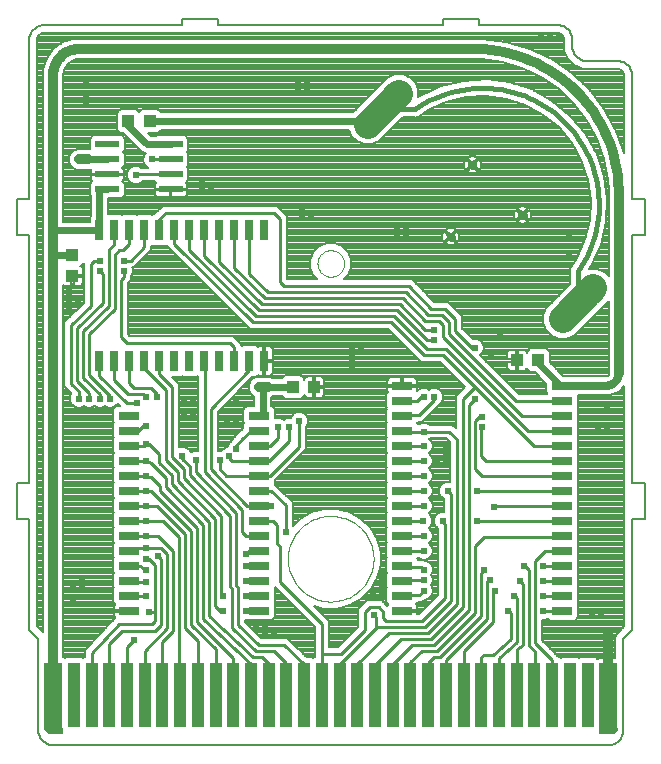
<source format=gtl>
G75*
G70*
%OFA0B0*%
%FSLAX24Y24*%
%IPPOS*%
%LPD*%
%AMOC8*
5,1,8,0,0,1.08239X$1,22.5*
%
%ADD10C,0.0050*%
%ADD11R,0.0591X0.2205*%
%ADD12R,0.0394X0.2126*%
%ADD13C,0.0000*%
%ADD14C,0.0240*%
%ADD15C,0.0000*%
%ADD16C,0.0001*%
%ADD17C,0.0945*%
%ADD18C,0.0295*%
%ADD19R,0.0709X0.0295*%
%ADD20R,0.0295X0.0709*%
%ADD21R,0.0810X0.0240*%
%ADD22R,0.0394X0.0433*%
%ADD23R,0.0433X0.0394*%
%ADD24C,0.0080*%
%ADD25C,0.0320*%
%ADD26C,0.0100*%
%ADD27C,0.0280*%
%ADD28C,0.0220*%
%ADD29C,0.0160*%
%ADD30C,0.0280*%
%ADD31C,0.0180*%
D10*
X000875Y001427D02*
X000875Y004477D01*
X000575Y004777D01*
X000575Y008477D01*
X000150Y008477D01*
X000150Y009677D01*
X000575Y009677D01*
X000575Y017927D01*
X000150Y017927D01*
X000150Y019127D01*
X000575Y019127D01*
X000575Y024427D01*
X000577Y024471D01*
X000583Y024514D01*
X000592Y024556D01*
X000605Y024598D01*
X000622Y024638D01*
X000642Y024677D01*
X000665Y024714D01*
X000692Y024748D01*
X000721Y024781D01*
X000754Y024810D01*
X000788Y024837D01*
X000825Y024860D01*
X000864Y024880D01*
X000904Y024897D01*
X000946Y024910D01*
X000988Y024919D01*
X001031Y024925D01*
X001075Y024927D01*
X005675Y024927D01*
X005675Y025127D01*
X006875Y025127D01*
X006875Y024927D01*
X014375Y024927D01*
X014375Y025127D01*
X015575Y025127D01*
X015575Y024927D01*
X018175Y024927D01*
X018219Y024925D01*
X018262Y024919D01*
X018304Y024910D01*
X018346Y024897D01*
X018386Y024880D01*
X018425Y024860D01*
X018462Y024837D01*
X018496Y024810D01*
X018529Y024781D01*
X018558Y024748D01*
X018585Y024714D01*
X018608Y024677D01*
X018628Y024638D01*
X018645Y024598D01*
X018658Y024556D01*
X018667Y024514D01*
X018673Y024471D01*
X018675Y024427D01*
X018675Y024227D01*
X018677Y024183D01*
X018683Y024140D01*
X018692Y024098D01*
X018705Y024056D01*
X018722Y024016D01*
X018742Y023977D01*
X018765Y023940D01*
X018792Y023906D01*
X018821Y023873D01*
X018854Y023844D01*
X018888Y023817D01*
X018925Y023794D01*
X018964Y023774D01*
X019004Y023757D01*
X019046Y023744D01*
X019088Y023735D01*
X019131Y023729D01*
X019175Y023727D01*
X020175Y023727D01*
X020219Y023725D01*
X020262Y023719D01*
X020304Y023710D01*
X020346Y023697D01*
X020386Y023680D01*
X020425Y023660D01*
X020462Y023637D01*
X020496Y023610D01*
X020529Y023581D01*
X020558Y023548D01*
X020585Y023514D01*
X020608Y023477D01*
X020628Y023438D01*
X020645Y023398D01*
X020658Y023356D01*
X020667Y023314D01*
X020673Y023271D01*
X020675Y023227D01*
X020675Y019127D01*
X021100Y019127D01*
X021100Y017927D01*
X020675Y017927D01*
X020675Y009677D01*
X021100Y009677D01*
X021100Y008477D01*
X020675Y008477D01*
X020675Y004777D01*
X020375Y004477D01*
X020375Y001427D01*
X020373Y001383D01*
X020367Y001340D01*
X020358Y001298D01*
X020345Y001256D01*
X020328Y001216D01*
X020308Y001177D01*
X020285Y001140D01*
X020258Y001106D01*
X020229Y001073D01*
X020196Y001044D01*
X020162Y001017D01*
X020125Y000994D01*
X020086Y000974D01*
X020046Y000957D01*
X020004Y000944D01*
X019962Y000935D01*
X019919Y000929D01*
X019875Y000927D01*
X001375Y000927D01*
X001331Y000929D01*
X001288Y000935D01*
X001246Y000944D01*
X001204Y000957D01*
X001164Y000974D01*
X001125Y000994D01*
X001088Y001017D01*
X001054Y001044D01*
X001021Y001073D01*
X000992Y001106D01*
X000965Y001140D01*
X000942Y001177D01*
X000922Y001216D01*
X000905Y001256D01*
X000892Y001298D01*
X000883Y001340D01*
X000877Y001383D01*
X000875Y001427D01*
D11*
X001373Y002571D03*
X019877Y002571D03*
D12*
X019188Y002610D03*
X018597Y002610D03*
X018007Y002610D03*
X017416Y002610D03*
X016826Y002610D03*
X016235Y002610D03*
X015645Y002610D03*
X015054Y002610D03*
X014464Y002610D03*
X013873Y002610D03*
X013282Y002610D03*
X012692Y002610D03*
X012101Y002610D03*
X011511Y002610D03*
X010920Y002610D03*
X010330Y002610D03*
X009739Y002610D03*
X009149Y002610D03*
X008558Y002610D03*
X007968Y002610D03*
X007377Y002610D03*
X006786Y002610D03*
X006196Y002610D03*
X005605Y002610D03*
X005015Y002610D03*
X004424Y002610D03*
X003834Y002610D03*
X003243Y002610D03*
X002653Y002610D03*
X002062Y002610D03*
D13*
X009198Y007138D02*
X009200Y007213D01*
X009206Y007288D01*
X009216Y007363D01*
X009230Y007437D01*
X009247Y007510D01*
X009269Y007583D01*
X009294Y007653D01*
X009323Y007723D01*
X009356Y007791D01*
X009392Y007857D01*
X009432Y007921D01*
X009475Y007983D01*
X009521Y008042D01*
X009570Y008099D01*
X009623Y008154D01*
X009678Y008205D01*
X009735Y008254D01*
X009795Y008299D01*
X009858Y008341D01*
X009922Y008380D01*
X009989Y008415D01*
X010057Y008447D01*
X010127Y008475D01*
X010198Y008500D01*
X010271Y008520D01*
X010344Y008537D01*
X010419Y008550D01*
X010493Y008559D01*
X010569Y008564D01*
X010644Y008565D01*
X010719Y008562D01*
X010794Y008555D01*
X010869Y008544D01*
X010943Y008529D01*
X011016Y008511D01*
X011087Y008488D01*
X011158Y008462D01*
X011227Y008432D01*
X011295Y008398D01*
X011360Y008361D01*
X011424Y008321D01*
X011485Y008277D01*
X011544Y008230D01*
X011600Y008180D01*
X011654Y008127D01*
X011705Y008071D01*
X011752Y008013D01*
X011797Y007952D01*
X011838Y007889D01*
X011876Y007824D01*
X011911Y007757D01*
X011942Y007688D01*
X011969Y007618D01*
X011992Y007547D01*
X012012Y007474D01*
X012028Y007400D01*
X012040Y007326D01*
X012048Y007251D01*
X012052Y007176D01*
X012052Y007100D01*
X012048Y007025D01*
X012040Y006950D01*
X012028Y006876D01*
X012012Y006802D01*
X011992Y006729D01*
X011969Y006658D01*
X011942Y006588D01*
X011911Y006519D01*
X011876Y006452D01*
X011838Y006387D01*
X011797Y006324D01*
X011752Y006263D01*
X011705Y006205D01*
X011654Y006149D01*
X011600Y006096D01*
X011544Y006046D01*
X011485Y005999D01*
X011424Y005955D01*
X011360Y005915D01*
X011295Y005878D01*
X011227Y005844D01*
X011158Y005814D01*
X011087Y005788D01*
X011016Y005765D01*
X010943Y005747D01*
X010869Y005732D01*
X010794Y005721D01*
X010719Y005714D01*
X010644Y005711D01*
X010569Y005712D01*
X010493Y005717D01*
X010419Y005726D01*
X010344Y005739D01*
X010271Y005756D01*
X010198Y005776D01*
X010127Y005801D01*
X010057Y005829D01*
X009989Y005861D01*
X009922Y005896D01*
X009858Y005935D01*
X009795Y005977D01*
X009735Y006022D01*
X009678Y006071D01*
X009623Y006122D01*
X009570Y006177D01*
X009521Y006234D01*
X009475Y006293D01*
X009432Y006355D01*
X009392Y006419D01*
X009356Y006485D01*
X009323Y006553D01*
X009294Y006623D01*
X009269Y006693D01*
X009247Y006766D01*
X009230Y006839D01*
X009216Y006913D01*
X009206Y006988D01*
X009200Y007063D01*
X009198Y007138D01*
X010182Y016979D02*
X010184Y017020D01*
X010190Y017062D01*
X010199Y017102D01*
X010213Y017141D01*
X010230Y017179D01*
X010250Y017215D01*
X010274Y017249D01*
X010301Y017281D01*
X010331Y017310D01*
X010363Y017336D01*
X010398Y017359D01*
X010434Y017379D01*
X010472Y017395D01*
X010512Y017407D01*
X010553Y017416D01*
X010594Y017421D01*
X010635Y017422D01*
X010677Y017419D01*
X010718Y017412D01*
X010758Y017402D01*
X010797Y017387D01*
X010834Y017369D01*
X010870Y017348D01*
X010904Y017323D01*
X010935Y017296D01*
X010963Y017266D01*
X010988Y017233D01*
X011010Y017197D01*
X011029Y017160D01*
X011044Y017122D01*
X011056Y017082D01*
X011064Y017041D01*
X011068Y017000D01*
X011068Y016958D01*
X011064Y016917D01*
X011056Y016876D01*
X011044Y016836D01*
X011029Y016798D01*
X011010Y016761D01*
X010988Y016725D01*
X010963Y016692D01*
X010935Y016662D01*
X010904Y016635D01*
X010870Y016610D01*
X010834Y016589D01*
X010797Y016571D01*
X010758Y016556D01*
X010718Y016546D01*
X010677Y016539D01*
X010635Y016536D01*
X010594Y016537D01*
X010553Y016542D01*
X010512Y016551D01*
X010472Y016563D01*
X010434Y016579D01*
X010398Y016599D01*
X010363Y016622D01*
X010331Y016648D01*
X010301Y016677D01*
X010274Y016709D01*
X010250Y016743D01*
X010230Y016779D01*
X010213Y016817D01*
X010199Y016856D01*
X010190Y016896D01*
X010184Y016938D01*
X010182Y016979D01*
D14*
X009975Y018277D03*
X009975Y018577D03*
X009675Y018577D03*
X009675Y018877D03*
X006625Y019427D03*
X006325Y019427D03*
X006325Y019127D03*
X006325Y019727D03*
X004675Y020447D03*
X004125Y019927D03*
X002475Y022027D03*
X002475Y022327D03*
X002475Y022627D03*
X002475Y022927D03*
X002925Y017077D03*
X002925Y016727D03*
X003725Y016727D03*
X003725Y017077D03*
X002215Y015727D03*
X001915Y015727D03*
X001915Y015427D03*
X001915Y016027D03*
X002225Y012477D03*
X002575Y012477D03*
X002925Y012477D03*
X003275Y012477D03*
X004175Y012327D03*
X004475Y012527D03*
X004825Y012527D03*
X005725Y012327D03*
X005725Y012027D03*
X006025Y012027D03*
X006025Y012327D03*
X007175Y011777D03*
X007475Y011777D03*
X007475Y012077D03*
X007475Y012377D03*
X007475Y010807D03*
X007245Y010577D03*
X006925Y010427D03*
X006125Y010427D03*
X005675Y010577D03*
X004475Y010407D03*
X004475Y009907D03*
X004475Y009407D03*
X004475Y008907D03*
X004475Y008407D03*
X004475Y007907D03*
X004475Y007507D03*
X004475Y007127D03*
X004475Y006757D03*
X004475Y006357D03*
X004475Y005907D03*
X004575Y005377D03*
X004075Y004427D03*
X003834Y003481D03*
X004424Y003481D03*
X005015Y003481D03*
X005605Y003481D03*
X006196Y003481D03*
X006786Y003481D03*
X007377Y003481D03*
X007968Y003481D03*
X008558Y003481D03*
X009149Y003481D03*
X009739Y003481D03*
X010330Y003481D03*
X010920Y003481D03*
X011511Y003481D03*
X012101Y003481D03*
X012692Y003481D03*
X013282Y003481D03*
X013873Y003481D03*
X014464Y003481D03*
X015054Y003481D03*
X015645Y003481D03*
X016235Y003481D03*
X016826Y003481D03*
X017416Y003481D03*
X018007Y003481D03*
X018597Y003481D03*
X019188Y003481D03*
X019779Y003481D03*
X019625Y005327D03*
X019325Y005327D03*
X019625Y005627D03*
X019925Y005627D03*
X017700Y005402D03*
X017700Y005902D03*
X017700Y006402D03*
X017700Y006902D03*
X017075Y006902D03*
X016925Y006402D03*
X016735Y005902D03*
X016525Y005402D03*
X016115Y006077D03*
X015925Y006427D03*
X015725Y006777D03*
X015500Y008402D03*
X016075Y008877D03*
X015500Y009402D03*
X014525Y009402D03*
X013725Y009407D03*
X013725Y008907D03*
X013705Y008407D03*
X013725Y007907D03*
X013725Y007407D03*
X013725Y006777D03*
X013725Y006427D03*
X013725Y006077D03*
X012325Y005927D03*
X012025Y005927D03*
X012325Y006227D03*
X012325Y006527D03*
X012075Y005247D03*
X014360Y008402D03*
X013725Y009907D03*
X013725Y010407D03*
X014175Y010327D03*
X014475Y010327D03*
X014475Y010627D03*
X014475Y010927D03*
X013725Y010907D03*
X013725Y011377D03*
X013725Y012527D03*
X014075Y012527D03*
X015425Y012477D03*
X015675Y011877D03*
X015675Y011527D03*
X015975Y013977D03*
X015975Y014277D03*
X016275Y014277D03*
X016275Y014577D03*
X015425Y014177D03*
X014075Y014427D03*
X014075Y014777D03*
X011625Y014127D03*
X011325Y014127D03*
X011325Y013827D03*
X011325Y013527D03*
X009575Y011727D03*
X009225Y011527D03*
X008875Y011527D03*
X008625Y008907D03*
X009125Y008027D03*
X007805Y007307D03*
X007805Y006907D03*
X007805Y006407D03*
X007805Y005907D03*
X007805Y005407D03*
X008125Y004927D03*
X008425Y004927D03*
X008425Y004627D03*
X008725Y004627D03*
X007045Y005407D03*
X007045Y005907D03*
X004875Y007217D03*
X002325Y006427D03*
X002325Y006127D03*
X002025Y006127D03*
X002025Y005827D03*
X002062Y003481D03*
X001471Y003481D03*
X002653Y003481D03*
X003243Y003481D03*
X004475Y010957D03*
X004475Y011577D03*
X012825Y017877D03*
X013125Y017877D03*
X013125Y018177D03*
X012825Y018177D03*
X009825Y022727D03*
X009525Y022727D03*
X009525Y023027D03*
X009825Y023027D03*
X017625Y024527D03*
X017925Y024527D03*
X017925Y024227D03*
X018225Y024527D03*
X018575Y017877D03*
X018575Y017577D03*
X018575Y017277D03*
X018275Y017577D03*
X019825Y012127D03*
X019825Y011827D03*
X019825Y011527D03*
X019525Y011527D03*
D15*
X019582Y001512D02*
X020172Y001512D01*
X020172Y001453D01*
X020034Y001315D01*
X019582Y001315D01*
X019582Y001512D01*
X001668Y001512D02*
X001078Y001512D01*
X001078Y001453D01*
X001216Y001315D01*
X001668Y001315D01*
X001668Y001512D01*
D16*
X001078Y001512D01*
X001078Y001511D02*
X001668Y001511D01*
X001668Y001510D02*
X001078Y001510D01*
X001668Y001510D01*
X001668Y001509D02*
X001078Y001509D01*
X001078Y001508D02*
X001668Y001508D01*
X001668Y001507D02*
X001078Y001507D01*
X001078Y001506D02*
X001668Y001506D01*
X001078Y001506D01*
X001078Y001505D02*
X001668Y001505D01*
X001668Y001504D02*
X001078Y001504D01*
X001078Y001503D02*
X001668Y001503D01*
X001668Y001502D02*
X001078Y001502D01*
X001668Y001502D01*
X001668Y001501D02*
X001078Y001501D01*
X001078Y001500D02*
X001668Y001500D01*
X001668Y001499D02*
X001078Y001499D01*
X001078Y001498D02*
X001668Y001498D01*
X001668Y001497D02*
X001078Y001497D01*
X001668Y001497D01*
X001668Y001496D02*
X001078Y001496D01*
X001078Y001495D02*
X001668Y001495D01*
X001668Y001494D02*
X001078Y001494D01*
X001078Y001493D02*
X001668Y001493D01*
X001078Y001493D01*
X001078Y001492D02*
X001668Y001492D01*
X001668Y001491D02*
X001078Y001491D01*
X001078Y001490D02*
X001668Y001490D01*
X001668Y001489D02*
X001078Y001489D01*
X001668Y001489D01*
X001668Y001488D02*
X001078Y001488D01*
X001078Y001487D02*
X001668Y001487D01*
X001668Y001486D02*
X001078Y001486D01*
X001078Y001485D02*
X001668Y001485D01*
X001078Y001485D01*
X001078Y001484D02*
X001668Y001484D01*
X001668Y001483D02*
X001078Y001483D01*
X001078Y001482D02*
X001668Y001482D01*
X001668Y001481D02*
X001078Y001481D01*
X001668Y001481D01*
X001668Y001480D02*
X001078Y001480D01*
X001078Y001479D02*
X001668Y001479D01*
X001668Y001478D02*
X001078Y001478D01*
X001078Y001477D02*
X001668Y001477D01*
X001078Y001477D01*
X001078Y001476D02*
X001668Y001476D01*
X001668Y001475D02*
X001078Y001475D01*
X001078Y001474D02*
X001668Y001474D01*
X001668Y001473D02*
X001078Y001473D01*
X001668Y001473D01*
X001668Y001472D02*
X001078Y001472D01*
X001078Y001471D02*
X001668Y001471D01*
X001668Y001470D02*
X001078Y001470D01*
X001078Y001469D02*
X001668Y001469D01*
X001078Y001469D01*
X001078Y001468D02*
X001668Y001468D01*
X001668Y001467D02*
X001078Y001467D01*
X001078Y001466D02*
X001668Y001466D01*
X001668Y001465D02*
X001078Y001465D01*
X001668Y001465D01*
X001668Y001464D02*
X001078Y001464D01*
X001078Y001463D02*
X001668Y001463D01*
X001668Y001462D02*
X001078Y001462D01*
X001078Y001461D02*
X001668Y001461D01*
X001078Y001461D01*
X001078Y001460D02*
X001668Y001460D01*
X001668Y001459D02*
X001078Y001459D01*
X001078Y001458D02*
X001668Y001458D01*
X001668Y001457D02*
X001078Y001457D01*
X001668Y001457D01*
X001668Y001456D02*
X001078Y001456D01*
X001078Y001455D02*
X001668Y001455D01*
X001668Y001454D02*
X001078Y001454D01*
X001078Y001453D02*
X001668Y001453D01*
X001078Y001453D01*
X001079Y001452D02*
X001668Y001452D01*
X001668Y001451D02*
X001080Y001451D01*
X001081Y001450D02*
X001668Y001450D01*
X001668Y001449D02*
X001081Y001449D01*
X001082Y001448D02*
X001668Y001448D01*
X001083Y001448D01*
X001084Y001447D02*
X001668Y001447D01*
X001668Y001446D02*
X001085Y001446D01*
X001085Y001445D02*
X001668Y001445D01*
X001668Y001444D02*
X001086Y001444D01*
X001087Y001444D02*
X001668Y001444D01*
X001668Y001443D02*
X001088Y001443D01*
X001089Y001442D02*
X001668Y001442D01*
X001668Y001441D02*
X001089Y001441D01*
X001090Y001440D02*
X001668Y001440D01*
X001091Y001440D01*
X001092Y001439D02*
X001668Y001439D01*
X001668Y001438D02*
X001093Y001438D01*
X001094Y001437D02*
X001668Y001437D01*
X001668Y001436D02*
X001094Y001436D01*
X001095Y001436D02*
X001668Y001436D01*
X001668Y001435D02*
X001096Y001435D01*
X001097Y001434D02*
X001668Y001434D01*
X001668Y001433D02*
X001098Y001433D01*
X001098Y001432D02*
X001668Y001432D01*
X001099Y001432D01*
X001100Y001431D02*
X001668Y001431D01*
X001668Y001430D02*
X001101Y001430D01*
X001102Y001429D02*
X001668Y001429D01*
X001668Y001428D02*
X001102Y001428D01*
X001103Y001428D02*
X001668Y001428D01*
X001668Y001427D02*
X001104Y001427D01*
X001105Y001426D02*
X001668Y001426D01*
X001668Y001425D02*
X001106Y001425D01*
X001106Y001424D02*
X001668Y001424D01*
X001107Y001424D01*
X001108Y001423D02*
X001668Y001423D01*
X001668Y001422D02*
X001109Y001422D01*
X001110Y001421D02*
X001668Y001421D01*
X001668Y001420D02*
X001110Y001420D01*
X001111Y001420D02*
X001668Y001420D01*
X001668Y001419D02*
X001112Y001419D01*
X001113Y001418D02*
X001668Y001418D01*
X001668Y001417D02*
X001114Y001417D01*
X001114Y001416D02*
X001668Y001416D01*
X001115Y001416D01*
X001116Y001415D02*
X001668Y001415D01*
X001668Y001414D02*
X001117Y001414D01*
X001118Y001413D02*
X001668Y001413D01*
X001668Y001412D02*
X001118Y001412D01*
X001119Y001412D02*
X001668Y001412D01*
X001668Y001411D02*
X001120Y001411D01*
X001121Y001410D02*
X001668Y001410D01*
X001668Y001409D02*
X001122Y001409D01*
X001122Y001408D02*
X001668Y001408D01*
X001123Y001408D01*
X001124Y001407D02*
X001668Y001407D01*
X001668Y001406D02*
X001125Y001406D01*
X001126Y001405D02*
X001668Y001405D01*
X001668Y001404D02*
X001126Y001404D01*
X001127Y001403D02*
X001668Y001403D01*
X001128Y001403D01*
X001129Y001402D02*
X001668Y001402D01*
X001668Y001401D02*
X001130Y001401D01*
X001130Y001400D02*
X001668Y001400D01*
X001668Y001399D02*
X001131Y001399D01*
X001132Y001399D02*
X001668Y001399D01*
X001668Y001398D02*
X001133Y001398D01*
X001134Y001397D02*
X001668Y001397D01*
X001668Y001396D02*
X001134Y001396D01*
X001135Y001395D02*
X001668Y001395D01*
X001136Y001395D01*
X001137Y001394D02*
X001668Y001394D01*
X001668Y001393D02*
X001138Y001393D01*
X001139Y001392D02*
X001668Y001392D01*
X001668Y001391D02*
X001139Y001391D01*
X001140Y001391D02*
X001668Y001391D01*
X001668Y001390D02*
X001141Y001390D01*
X001142Y001389D02*
X001668Y001389D01*
X001668Y001388D02*
X001143Y001388D01*
X001143Y001387D02*
X001668Y001387D01*
X001144Y001387D01*
X001145Y001386D02*
X001668Y001386D01*
X001668Y001385D02*
X001146Y001385D01*
X001147Y001384D02*
X001668Y001384D01*
X001668Y001383D02*
X001147Y001383D01*
X001148Y001383D02*
X001668Y001383D01*
X001668Y001382D02*
X001149Y001382D01*
X001150Y001381D02*
X001668Y001381D01*
X001668Y001380D02*
X001151Y001380D01*
X001151Y001379D02*
X001668Y001379D01*
X001152Y001379D01*
X001153Y001378D02*
X001668Y001378D01*
X001668Y001377D02*
X001154Y001377D01*
X001155Y001376D02*
X001668Y001376D01*
X001668Y001375D02*
X001155Y001375D01*
X001156Y001375D02*
X001668Y001375D01*
X001668Y001374D02*
X001157Y001374D01*
X001158Y001373D02*
X001668Y001373D01*
X001668Y001372D02*
X001159Y001372D01*
X001159Y001371D02*
X001668Y001371D01*
X001160Y001371D01*
X001161Y001370D02*
X001668Y001370D01*
X001668Y001369D02*
X001162Y001369D01*
X001163Y001368D02*
X001668Y001368D01*
X001668Y001367D02*
X001163Y001367D01*
X001164Y001367D02*
X001668Y001367D01*
X001668Y001366D02*
X001165Y001366D01*
X001166Y001365D02*
X001668Y001365D01*
X001668Y001364D02*
X001167Y001364D01*
X001167Y001363D02*
X001668Y001363D01*
X001168Y001363D01*
X001169Y001362D02*
X001668Y001362D01*
X001668Y001361D02*
X001170Y001361D01*
X001171Y001360D02*
X001668Y001360D01*
X001668Y001359D02*
X001171Y001359D01*
X001172Y001359D02*
X001668Y001359D01*
X001668Y001358D02*
X001173Y001358D01*
X001174Y001357D02*
X001668Y001357D01*
X001668Y001356D02*
X001175Y001356D01*
X001175Y001355D02*
X001668Y001355D01*
X001668Y001354D02*
X001176Y001354D01*
X001177Y001354D02*
X001668Y001354D01*
X001668Y001353D02*
X001178Y001353D01*
X001179Y001352D02*
X001668Y001352D01*
X001668Y001351D02*
X001179Y001351D01*
X001180Y001350D02*
X001668Y001350D01*
X001181Y001350D01*
X001182Y001349D02*
X001668Y001349D01*
X001668Y001348D02*
X001183Y001348D01*
X001183Y001347D02*
X001668Y001347D01*
X001668Y001346D02*
X001184Y001346D01*
X001185Y001346D02*
X001668Y001346D01*
X001668Y001345D02*
X001186Y001345D01*
X001187Y001344D02*
X001668Y001344D01*
X001668Y001343D02*
X001188Y001343D01*
X001188Y001342D02*
X001668Y001342D01*
X001189Y001342D01*
X001190Y001341D02*
X001668Y001341D01*
X001668Y001340D02*
X001191Y001340D01*
X001192Y001339D02*
X001668Y001339D01*
X001668Y001338D02*
X001192Y001338D01*
X001193Y001338D02*
X001668Y001338D01*
X001668Y001337D02*
X001194Y001337D01*
X001195Y001336D02*
X001668Y001336D01*
X001668Y001335D02*
X001196Y001335D01*
X001196Y001334D02*
X001668Y001334D01*
X001197Y001334D01*
X001198Y001333D02*
X001668Y001333D01*
X001668Y001332D02*
X001199Y001332D01*
X001200Y001331D02*
X001668Y001331D01*
X001668Y001330D02*
X001200Y001330D01*
X001201Y001330D02*
X001668Y001330D01*
X001668Y001329D02*
X001202Y001329D01*
X001203Y001328D02*
X001668Y001328D01*
X001668Y001327D02*
X001204Y001327D01*
X001204Y001326D02*
X001668Y001326D01*
X001205Y001326D01*
X001206Y001325D02*
X001668Y001325D01*
X001668Y001324D02*
X001207Y001324D01*
X001208Y001323D02*
X001668Y001323D01*
X001668Y001322D02*
X001208Y001322D01*
X001209Y001322D02*
X001668Y001322D01*
X001668Y001321D02*
X001210Y001321D01*
X001211Y001320D02*
X001668Y001320D01*
X001668Y001319D02*
X001212Y001319D01*
X001212Y001318D02*
X001668Y001318D01*
X001213Y001318D01*
X001214Y001317D02*
X001668Y001317D01*
X001668Y001316D02*
X001215Y001316D01*
X019582Y001322D02*
X020042Y001322D01*
X020042Y001323D02*
X019582Y001323D01*
X019582Y001324D02*
X020043Y001324D01*
X020044Y001325D02*
X019582Y001325D01*
X019582Y001326D02*
X020045Y001326D01*
X020046Y001326D02*
X019582Y001326D01*
X019582Y001327D02*
X020046Y001327D01*
X020047Y001328D02*
X019582Y001328D01*
X019582Y001329D02*
X020048Y001329D01*
X020049Y001330D02*
X019582Y001330D01*
X020050Y001330D01*
X020050Y001331D02*
X019582Y001331D01*
X019582Y001332D02*
X020051Y001332D01*
X020052Y001333D02*
X019582Y001333D01*
X019582Y001334D02*
X020053Y001334D01*
X020054Y001334D02*
X019582Y001334D01*
X019582Y001335D02*
X020054Y001335D01*
X020055Y001336D02*
X019582Y001336D01*
X019582Y001337D02*
X020056Y001337D01*
X020057Y001338D02*
X019582Y001338D01*
X020058Y001338D01*
X020058Y001339D02*
X019582Y001339D01*
X019582Y001340D02*
X020059Y001340D01*
X020060Y001341D02*
X019582Y001341D01*
X019582Y001342D02*
X020061Y001342D01*
X020062Y001342D02*
X019582Y001342D01*
X019582Y001343D02*
X020062Y001343D01*
X020063Y001344D02*
X019582Y001344D01*
X019582Y001345D02*
X020064Y001345D01*
X020065Y001346D02*
X019582Y001346D01*
X020066Y001346D01*
X020067Y001347D02*
X019582Y001347D01*
X019582Y001348D02*
X020067Y001348D01*
X020068Y001349D02*
X019582Y001349D01*
X019582Y001350D02*
X020069Y001350D01*
X020070Y001350D02*
X019582Y001350D01*
X019582Y001351D02*
X020071Y001351D01*
X020071Y001352D02*
X019582Y001352D01*
X019582Y001353D02*
X020072Y001353D01*
X020073Y001354D02*
X019582Y001354D01*
X020074Y001354D01*
X020075Y001355D02*
X019582Y001355D01*
X019582Y001356D02*
X020075Y001356D01*
X020076Y001357D02*
X019582Y001357D01*
X019582Y001358D02*
X020077Y001358D01*
X020078Y001359D02*
X019582Y001359D01*
X020079Y001359D01*
X020079Y001360D02*
X019582Y001360D01*
X019582Y001361D02*
X020080Y001361D01*
X020081Y001362D02*
X019582Y001362D01*
X019582Y001363D02*
X020082Y001363D01*
X020083Y001363D02*
X019582Y001363D01*
X019582Y001364D02*
X020083Y001364D01*
X020084Y001365D02*
X019582Y001365D01*
X019582Y001366D02*
X020085Y001366D01*
X020086Y001367D02*
X019582Y001367D01*
X020087Y001367D01*
X020087Y001368D02*
X019582Y001368D01*
X019582Y001369D02*
X020088Y001369D01*
X020089Y001370D02*
X019582Y001370D01*
X019582Y001371D02*
X020090Y001371D01*
X020091Y001371D02*
X019582Y001371D01*
X019582Y001372D02*
X020091Y001372D01*
X020092Y001373D02*
X019582Y001373D01*
X019582Y001374D02*
X020093Y001374D01*
X020094Y001375D02*
X019582Y001375D01*
X020095Y001375D01*
X020095Y001376D02*
X019582Y001376D01*
X019582Y001377D02*
X020096Y001377D01*
X020097Y001378D02*
X019582Y001378D01*
X019582Y001379D02*
X020098Y001379D01*
X020099Y001379D02*
X019582Y001379D01*
X019582Y001380D02*
X020099Y001380D01*
X020100Y001381D02*
X019582Y001381D01*
X019582Y001382D02*
X020101Y001382D01*
X020102Y001383D02*
X019582Y001383D01*
X020103Y001383D01*
X020103Y001384D02*
X019582Y001384D01*
X019582Y001385D02*
X020104Y001385D01*
X020105Y001386D02*
X019582Y001386D01*
X019582Y001387D02*
X020106Y001387D01*
X020107Y001387D02*
X019582Y001387D01*
X019582Y001388D02*
X020107Y001388D01*
X020108Y001389D02*
X019582Y001389D01*
X019582Y001390D02*
X020109Y001390D01*
X020110Y001391D02*
X019582Y001391D01*
X020111Y001391D01*
X020111Y001392D02*
X019582Y001392D01*
X019582Y001393D02*
X020112Y001393D01*
X020113Y001394D02*
X019582Y001394D01*
X019582Y001395D02*
X020114Y001395D01*
X020115Y001395D02*
X019582Y001395D01*
X019582Y001396D02*
X020116Y001396D01*
X020116Y001397D02*
X019582Y001397D01*
X019582Y001398D02*
X020117Y001398D01*
X020118Y001399D02*
X019582Y001399D01*
X020119Y001399D01*
X020120Y001400D02*
X019582Y001400D01*
X019582Y001401D02*
X020120Y001401D01*
X020121Y001402D02*
X019582Y001402D01*
X019582Y001403D02*
X020122Y001403D01*
X020123Y001403D02*
X019582Y001403D01*
X019582Y001404D02*
X020124Y001404D01*
X020124Y001405D02*
X019582Y001405D01*
X019582Y001406D02*
X020125Y001406D01*
X020126Y001407D02*
X019582Y001407D01*
X019582Y001408D02*
X020127Y001408D01*
X020128Y001408D02*
X019582Y001408D01*
X019582Y001409D02*
X020128Y001409D01*
X020129Y001410D02*
X019582Y001410D01*
X019582Y001411D02*
X020130Y001411D01*
X020131Y001412D02*
X019582Y001412D01*
X020132Y001412D01*
X020132Y001413D02*
X019582Y001413D01*
X019582Y001414D02*
X020133Y001414D01*
X020134Y001415D02*
X019582Y001415D01*
X019582Y001416D02*
X020135Y001416D01*
X020136Y001416D02*
X019582Y001416D01*
X019582Y001417D02*
X020136Y001417D01*
X020137Y001418D02*
X019582Y001418D01*
X019582Y001419D02*
X020138Y001419D01*
X020139Y001420D02*
X019582Y001420D01*
X020140Y001420D01*
X020140Y001421D02*
X019582Y001421D01*
X019582Y001422D02*
X020141Y001422D01*
X020142Y001423D02*
X019582Y001423D01*
X019582Y001424D02*
X020143Y001424D01*
X020144Y001424D02*
X019582Y001424D01*
X019582Y001425D02*
X020144Y001425D01*
X020145Y001426D02*
X019582Y001426D01*
X019582Y001427D02*
X020146Y001427D01*
X020147Y001428D02*
X019582Y001428D01*
X020148Y001428D01*
X020148Y001429D02*
X019582Y001429D01*
X019582Y001430D02*
X020149Y001430D01*
X020150Y001431D02*
X019582Y001431D01*
X019582Y001432D02*
X020151Y001432D01*
X020152Y001432D02*
X019582Y001432D01*
X019582Y001433D02*
X020152Y001433D01*
X020153Y001434D02*
X019582Y001434D01*
X019582Y001435D02*
X020154Y001435D01*
X020155Y001436D02*
X019582Y001436D01*
X020156Y001436D01*
X020156Y001437D02*
X019582Y001437D01*
X019582Y001438D02*
X020157Y001438D01*
X020158Y001439D02*
X019582Y001439D01*
X019582Y001440D02*
X020159Y001440D01*
X020160Y001440D02*
X019582Y001440D01*
X019582Y001441D02*
X020161Y001441D01*
X020161Y001442D02*
X019582Y001442D01*
X019582Y001443D02*
X020162Y001443D01*
X020163Y001444D02*
X019582Y001444D01*
X020164Y001444D01*
X020165Y001445D02*
X019582Y001445D01*
X019582Y001446D02*
X020165Y001446D01*
X020166Y001447D02*
X019582Y001447D01*
X019582Y001448D02*
X020167Y001448D01*
X020168Y001448D02*
X019582Y001448D01*
X019582Y001449D02*
X020169Y001449D01*
X020169Y001450D02*
X019582Y001450D01*
X019582Y001451D02*
X020170Y001451D01*
X020171Y001452D02*
X019582Y001452D01*
X019582Y001453D02*
X020172Y001453D01*
X019582Y001453D01*
X019582Y001454D02*
X020172Y001454D01*
X020172Y001455D02*
X019582Y001455D01*
X019582Y001456D02*
X020172Y001456D01*
X020172Y001457D02*
X019582Y001457D01*
X020172Y001457D01*
X020172Y001458D02*
X019582Y001458D01*
X019582Y001459D02*
X020172Y001459D01*
X020172Y001460D02*
X019582Y001460D01*
X019582Y001461D02*
X020172Y001461D01*
X019582Y001461D01*
X019582Y001462D02*
X020172Y001462D01*
X020172Y001463D02*
X019582Y001463D01*
X019582Y001464D02*
X020172Y001464D01*
X020172Y001465D02*
X019582Y001465D01*
X020172Y001465D01*
X020172Y001466D02*
X019582Y001466D01*
X019582Y001467D02*
X020172Y001467D01*
X020172Y001468D02*
X019582Y001468D01*
X019582Y001469D02*
X020172Y001469D01*
X019582Y001469D01*
X019582Y001470D02*
X020172Y001470D01*
X020172Y001471D02*
X019582Y001471D01*
X019582Y001472D02*
X020172Y001472D01*
X020172Y001473D02*
X019582Y001473D01*
X020172Y001473D01*
X020172Y001474D02*
X019582Y001474D01*
X019582Y001475D02*
X020172Y001475D01*
X020172Y001476D02*
X019582Y001476D01*
X019582Y001477D02*
X020172Y001477D01*
X019582Y001477D01*
X019582Y001478D02*
X020172Y001478D01*
X020172Y001479D02*
X019582Y001479D01*
X019582Y001480D02*
X020172Y001480D01*
X020172Y001481D02*
X019582Y001481D01*
X020172Y001481D01*
X020172Y001482D02*
X019582Y001482D01*
X019582Y001483D02*
X020172Y001483D01*
X020172Y001484D02*
X019582Y001484D01*
X019582Y001485D02*
X020172Y001485D01*
X019582Y001485D01*
X019582Y001486D02*
X020172Y001486D01*
X020172Y001487D02*
X019582Y001487D01*
X019582Y001488D02*
X020172Y001488D01*
X020172Y001489D02*
X019582Y001489D01*
X020172Y001489D01*
X020172Y001490D02*
X019582Y001490D01*
X019582Y001491D02*
X020172Y001491D01*
X020172Y001492D02*
X019582Y001492D01*
X019582Y001493D02*
X020172Y001493D01*
X019582Y001493D01*
X019582Y001494D02*
X020172Y001494D01*
X020172Y001495D02*
X019582Y001495D01*
X019582Y001496D02*
X020172Y001496D01*
X020172Y001497D02*
X019582Y001497D01*
X020172Y001497D01*
X020172Y001498D02*
X019582Y001498D01*
X019582Y001499D02*
X020172Y001499D01*
X020172Y001500D02*
X019582Y001500D01*
X019582Y001501D02*
X020172Y001501D01*
X020172Y001502D02*
X019582Y001502D01*
X020172Y001502D01*
X020172Y001503D02*
X019582Y001503D01*
X019582Y001504D02*
X020172Y001504D01*
X020172Y001505D02*
X019582Y001505D01*
X019582Y001506D02*
X020172Y001506D01*
X019582Y001506D01*
X019582Y001507D02*
X020172Y001507D01*
X020172Y001508D02*
X019582Y001508D01*
X019582Y001509D02*
X020172Y001509D01*
X020172Y001510D02*
X019582Y001510D01*
X020172Y001510D01*
X020172Y001511D02*
X019582Y001511D01*
X019582Y001512D02*
X020172Y001512D01*
X020041Y001322D02*
X019582Y001322D01*
X019582Y001321D02*
X020040Y001321D01*
X020039Y001320D02*
X019582Y001320D01*
X019582Y001319D02*
X020038Y001319D01*
X020038Y001318D02*
X019582Y001318D01*
X020037Y001318D01*
X020036Y001317D02*
X019582Y001317D01*
X019582Y001316D02*
X020035Y001316D01*
D17*
X018353Y015119D02*
X018353Y015119D01*
X019383Y016149D01*
X019383Y016149D01*
X018353Y015119D01*
X019297Y016063D02*
X019297Y016063D01*
X011867Y021606D02*
X011867Y021606D01*
X012897Y022636D01*
X012897Y022636D01*
X011867Y021606D01*
X012811Y022550D02*
X012811Y022550D01*
D18*
X015347Y020269D02*
X015349Y020269D01*
X015348Y020268D01*
X015347Y020267D01*
X015346Y020268D01*
X015345Y020269D01*
X015346Y020270D01*
X015347Y020271D01*
X015348Y020270D01*
X015349Y020269D01*
X017017Y018599D02*
X017019Y018599D01*
X017018Y018598D01*
X017017Y018597D01*
X017016Y018598D01*
X017015Y018599D01*
X017016Y018600D01*
X017017Y018601D01*
X017018Y018600D01*
X017019Y018599D01*
X014621Y017873D02*
X014623Y017873D01*
X014622Y017872D01*
X014621Y017871D01*
X014620Y017872D01*
X014619Y017873D01*
X014620Y017874D01*
X014621Y017875D01*
X014622Y017874D01*
X014623Y017873D01*
D19*
X013002Y012902D03*
X013002Y012402D03*
X013002Y011902D03*
X013002Y011402D03*
X013002Y010902D03*
X013002Y010402D03*
X013002Y009902D03*
X013002Y009402D03*
X013002Y008902D03*
X013002Y008402D03*
X013002Y007902D03*
X013002Y007402D03*
X013002Y006902D03*
X013002Y006402D03*
X013002Y005902D03*
X013002Y005402D03*
X008248Y005407D03*
X008248Y005907D03*
X008248Y006407D03*
X008248Y006907D03*
X008248Y007407D03*
X008248Y007907D03*
X008248Y008407D03*
X008248Y008907D03*
X008248Y009407D03*
X008248Y009907D03*
X008248Y010407D03*
X008248Y010907D03*
X008248Y011407D03*
X008248Y011907D03*
X003902Y011907D03*
X003902Y011407D03*
X003902Y010907D03*
X003902Y010407D03*
X003902Y009907D03*
X003902Y009407D03*
X003902Y008907D03*
X003902Y008407D03*
X003902Y007907D03*
X003902Y007407D03*
X003902Y006907D03*
X003902Y006407D03*
X003902Y005907D03*
X003902Y005407D03*
X018348Y005402D03*
X018348Y005902D03*
X018348Y006402D03*
X018348Y006902D03*
X018348Y007402D03*
X018348Y007902D03*
X018348Y008402D03*
X018348Y008902D03*
X018348Y009402D03*
X018348Y009902D03*
X018348Y010402D03*
X018348Y010902D03*
X018348Y011402D03*
X018348Y011902D03*
X018348Y012402D03*
X018348Y012902D03*
D20*
X008415Y013734D03*
X007915Y013734D03*
X007415Y013734D03*
X006915Y013734D03*
X006415Y013734D03*
X005915Y013734D03*
X005415Y013734D03*
X004915Y013734D03*
X004415Y013734D03*
X003915Y013734D03*
X003415Y013734D03*
X002915Y013734D03*
X002915Y018081D03*
X003415Y018081D03*
X003915Y018081D03*
X004415Y018081D03*
X004915Y018081D03*
X005415Y018081D03*
X005915Y018081D03*
X006415Y018081D03*
X006915Y018081D03*
X007415Y018081D03*
X007915Y018081D03*
X008415Y018081D03*
D21*
X005295Y019447D03*
X005295Y019947D03*
X005295Y020447D03*
X005295Y020947D03*
X003175Y020947D03*
X003175Y020447D03*
X003175Y019947D03*
X003175Y019447D03*
D22*
X003880Y021727D03*
X004590Y021727D03*
X009360Y012857D03*
X010070Y012857D03*
X016835Y013752D03*
X017545Y013752D03*
D23*
X002015Y016568D03*
X002015Y017277D03*
D24*
X002266Y016900D02*
X002306Y016900D01*
X002395Y016989D01*
X002395Y015673D01*
X001745Y015023D01*
X001745Y012882D01*
X001880Y012747D01*
X001975Y012652D01*
X001971Y012647D01*
X001925Y012537D01*
X001925Y012418D01*
X001971Y012307D01*
X002055Y012223D01*
X002165Y012177D01*
X002285Y012177D01*
X002395Y012223D01*
X002400Y012228D01*
X002405Y012223D01*
X002515Y012177D01*
X002635Y012177D01*
X002745Y012223D01*
X002750Y012228D01*
X002755Y012223D01*
X002865Y012177D01*
X002985Y012177D01*
X003095Y012223D01*
X003100Y012228D01*
X003105Y012223D01*
X003215Y012177D01*
X003335Y012177D01*
X003445Y012223D01*
X003524Y012303D01*
X003592Y012235D01*
X003473Y012235D01*
X003367Y012130D01*
X003367Y011685D01*
X003395Y011657D01*
X003367Y011630D01*
X003367Y011185D01*
X003395Y011157D01*
X003367Y011130D01*
X003367Y010685D01*
X003395Y010657D01*
X003367Y010630D01*
X003367Y010185D01*
X003395Y010157D01*
X003367Y010130D01*
X003367Y009685D01*
X003395Y009657D01*
X003367Y009630D01*
X003367Y009185D01*
X003395Y009157D01*
X003367Y009130D01*
X003367Y008685D01*
X003395Y008657D01*
X003367Y008630D01*
X003367Y008185D01*
X003395Y008157D01*
X003367Y008130D01*
X003367Y007685D01*
X003395Y007657D01*
X003367Y007630D01*
X003367Y007185D01*
X003395Y007157D01*
X003367Y007130D01*
X003367Y006685D01*
X003395Y006657D01*
X003367Y006630D01*
X003367Y006185D01*
X003395Y006157D01*
X003367Y006130D01*
X003367Y005685D01*
X003427Y005626D01*
X003417Y005609D01*
X003407Y005573D01*
X003407Y005441D01*
X003868Y005441D01*
X003868Y005374D01*
X003407Y005374D01*
X003407Y005241D01*
X003417Y005206D01*
X003435Y005174D01*
X003440Y005169D01*
X003410Y005138D01*
X003345Y005073D01*
X003345Y005069D01*
X002488Y004165D01*
X002423Y004100D01*
X002423Y004097D01*
X002420Y004094D01*
X002423Y004002D01*
X002423Y003853D01*
X002381Y003853D01*
X002357Y003830D01*
X002333Y003853D01*
X001791Y003853D01*
X001767Y003830D01*
X001743Y003853D01*
X001713Y003853D01*
X001713Y016259D01*
X001744Y016240D01*
X001780Y016231D01*
X001975Y016231D01*
X001975Y016528D01*
X002055Y016528D01*
X002055Y016608D01*
X002372Y016608D01*
X002372Y016783D01*
X002362Y016819D01*
X002344Y016851D01*
X002317Y016877D01*
X002286Y016895D01*
X002266Y016900D01*
X002337Y016931D02*
X002395Y016931D01*
X002395Y016852D02*
X002342Y016852D01*
X002372Y016774D02*
X002395Y016774D01*
X002395Y016695D02*
X002372Y016695D01*
X002372Y016617D02*
X002395Y016617D01*
X002395Y016538D02*
X002055Y016538D01*
X002055Y016528D02*
X002372Y016528D01*
X002372Y016352D01*
X002362Y016317D01*
X002344Y016285D01*
X002317Y016259D01*
X002286Y016240D01*
X002250Y016231D01*
X002055Y016231D01*
X002055Y016528D01*
X002055Y016460D02*
X001975Y016460D01*
X001975Y016381D02*
X002055Y016381D01*
X002055Y016303D02*
X001975Y016303D01*
X001713Y016224D02*
X002395Y016224D01*
X002395Y016146D02*
X001713Y016146D01*
X001713Y016067D02*
X002395Y016067D01*
X002395Y015989D02*
X001713Y015989D01*
X001713Y015910D02*
X002395Y015910D01*
X002395Y015832D02*
X001713Y015832D01*
X001713Y015753D02*
X002395Y015753D01*
X002395Y015675D02*
X001713Y015675D01*
X001713Y015596D02*
X002319Y015596D01*
X002240Y015518D02*
X001713Y015518D01*
X001713Y015439D02*
X002162Y015439D01*
X002083Y015361D02*
X001713Y015361D01*
X001713Y015282D02*
X002005Y015282D01*
X001926Y015204D02*
X001713Y015204D01*
X001713Y015125D02*
X001848Y015125D01*
X001769Y015047D02*
X001713Y015047D01*
X001713Y014968D02*
X001745Y014968D01*
X001745Y014890D02*
X001713Y014890D01*
X001713Y014811D02*
X001745Y014811D01*
X001745Y014733D02*
X001713Y014733D01*
X001713Y014654D02*
X001745Y014654D01*
X001745Y014576D02*
X001713Y014576D01*
X001713Y014497D02*
X001745Y014497D01*
X001745Y014419D02*
X001713Y014419D01*
X001713Y014340D02*
X001745Y014340D01*
X001745Y014262D02*
X001713Y014262D01*
X001713Y014183D02*
X001745Y014183D01*
X001745Y014105D02*
X001713Y014105D01*
X001713Y014026D02*
X001745Y014026D01*
X001745Y013948D02*
X001713Y013948D01*
X001713Y013869D02*
X001745Y013869D01*
X001745Y013791D02*
X001713Y013791D01*
X001713Y013712D02*
X001745Y013712D01*
X001745Y013634D02*
X001713Y013634D01*
X001713Y013555D02*
X001745Y013555D01*
X001745Y013477D02*
X001713Y013477D01*
X001713Y013398D02*
X001745Y013398D01*
X001745Y013320D02*
X001713Y013320D01*
X001713Y013241D02*
X001745Y013241D01*
X001745Y013163D02*
X001713Y013163D01*
X001713Y013084D02*
X001745Y013084D01*
X001745Y013006D02*
X001713Y013006D01*
X001713Y012927D02*
X001745Y012927D01*
X001713Y012849D02*
X001778Y012849D01*
X001713Y012770D02*
X001857Y012770D01*
X001935Y012692D02*
X001713Y012692D01*
X001713Y012613D02*
X001957Y012613D01*
X001925Y012535D02*
X001713Y012535D01*
X001713Y012456D02*
X001925Y012456D01*
X001941Y012378D02*
X001713Y012378D01*
X001713Y012299D02*
X001979Y012299D01*
X002060Y012221D02*
X001713Y012221D01*
X001713Y012142D02*
X003380Y012142D01*
X003367Y012064D02*
X001713Y012064D01*
X001713Y011985D02*
X003367Y011985D01*
X003367Y011907D02*
X001713Y011907D01*
X001713Y011828D02*
X003367Y011828D01*
X003367Y011750D02*
X001713Y011750D01*
X001713Y011671D02*
X003381Y011671D01*
X003367Y011593D02*
X001713Y011593D01*
X001713Y011514D02*
X003367Y011514D01*
X003367Y011436D02*
X001713Y011436D01*
X001713Y011357D02*
X003367Y011357D01*
X003367Y011279D02*
X001713Y011279D01*
X001713Y011200D02*
X003367Y011200D01*
X003367Y011122D02*
X001713Y011122D01*
X001713Y011043D02*
X003367Y011043D01*
X003367Y010965D02*
X001713Y010965D01*
X001713Y010886D02*
X003367Y010886D01*
X003367Y010808D02*
X001713Y010808D01*
X001713Y010729D02*
X003367Y010729D01*
X003389Y010651D02*
X001713Y010651D01*
X001713Y010572D02*
X003367Y010572D01*
X003367Y010494D02*
X001713Y010494D01*
X001713Y010415D02*
X003367Y010415D01*
X003367Y010337D02*
X001713Y010337D01*
X001713Y010258D02*
X003367Y010258D01*
X003373Y010180D02*
X001713Y010180D01*
X001713Y010101D02*
X003367Y010101D01*
X003367Y010023D02*
X001713Y010023D01*
X001713Y009944D02*
X003367Y009944D01*
X003367Y009866D02*
X001713Y009866D01*
X001713Y009787D02*
X003367Y009787D01*
X003367Y009709D02*
X001713Y009709D01*
X001713Y009630D02*
X003368Y009630D01*
X003367Y009552D02*
X001713Y009552D01*
X001713Y009473D02*
X003367Y009473D01*
X003367Y009395D02*
X001713Y009395D01*
X001713Y009316D02*
X003367Y009316D01*
X003367Y009238D02*
X001713Y009238D01*
X001713Y009159D02*
X003393Y009159D01*
X003367Y009081D02*
X001713Y009081D01*
X001713Y009002D02*
X003367Y009002D01*
X003367Y008924D02*
X001713Y008924D01*
X001713Y008845D02*
X003367Y008845D01*
X003367Y008767D02*
X001713Y008767D01*
X001713Y008688D02*
X003367Y008688D01*
X003367Y008610D02*
X001713Y008610D01*
X001713Y008531D02*
X003367Y008531D01*
X003367Y008453D02*
X001713Y008453D01*
X001713Y008374D02*
X003367Y008374D01*
X003367Y008296D02*
X001713Y008296D01*
X001713Y008217D02*
X003367Y008217D01*
X003377Y008139D02*
X001713Y008139D01*
X001713Y008060D02*
X003367Y008060D01*
X003367Y007982D02*
X001713Y007982D01*
X001713Y007903D02*
X003367Y007903D01*
X003367Y007825D02*
X001713Y007825D01*
X001713Y007746D02*
X003367Y007746D01*
X003385Y007668D02*
X001713Y007668D01*
X001713Y007589D02*
X003367Y007589D01*
X003367Y007511D02*
X001713Y007511D01*
X001713Y007432D02*
X003367Y007432D01*
X003367Y007354D02*
X001713Y007354D01*
X001713Y007275D02*
X003367Y007275D01*
X003367Y007197D02*
X001713Y007197D01*
X001713Y007118D02*
X003367Y007118D01*
X003367Y007040D02*
X001713Y007040D01*
X001713Y006961D02*
X003367Y006961D01*
X003367Y006883D02*
X001713Y006883D01*
X001713Y006804D02*
X003367Y006804D01*
X003367Y006726D02*
X001713Y006726D01*
X001713Y006647D02*
X003385Y006647D01*
X003367Y006569D02*
X001713Y006569D01*
X001713Y006490D02*
X003367Y006490D01*
X003367Y006412D02*
X001713Y006412D01*
X001713Y006333D02*
X003367Y006333D01*
X003367Y006255D02*
X001713Y006255D01*
X001713Y006176D02*
X003376Y006176D01*
X003367Y006098D02*
X001713Y006098D01*
X001713Y006019D02*
X003367Y006019D01*
X003367Y005941D02*
X001713Y005941D01*
X001713Y005862D02*
X003367Y005862D01*
X003367Y005784D02*
X001713Y005784D01*
X001713Y005705D02*
X003367Y005705D01*
X003426Y005627D02*
X001713Y005627D01*
X001713Y005548D02*
X003407Y005548D01*
X003407Y005470D02*
X001713Y005470D01*
X001713Y005391D02*
X003868Y005391D01*
X003407Y005313D02*
X001713Y005313D01*
X001713Y005234D02*
X003409Y005234D01*
X003427Y005156D02*
X001713Y005156D01*
X001713Y005077D02*
X003350Y005077D01*
X003278Y004999D02*
X001713Y004999D01*
X001713Y004920D02*
X003204Y004920D01*
X003129Y004842D02*
X001713Y004842D01*
X001713Y004763D02*
X003055Y004763D01*
X002980Y004685D02*
X001713Y004685D01*
X001713Y004606D02*
X002906Y004606D01*
X002832Y004528D02*
X001713Y004528D01*
X001713Y004449D02*
X002757Y004449D01*
X002683Y004371D02*
X001713Y004371D01*
X001713Y004292D02*
X002608Y004292D01*
X002534Y004214D02*
X001713Y004214D01*
X001713Y004135D02*
X002458Y004135D01*
X002421Y004057D02*
X001713Y004057D01*
X001713Y003978D02*
X002423Y003978D01*
X002423Y003900D02*
X001713Y003900D01*
X001033Y004694D02*
X000845Y004882D01*
X000845Y024474D01*
X000880Y024558D01*
X000944Y024623D01*
X001028Y024657D01*
X018222Y024657D01*
X018306Y024623D01*
X018370Y024558D01*
X018405Y024473D01*
X018410Y024427D01*
X018410Y024075D01*
X018526Y023794D01*
X018742Y023579D01*
X019023Y023462D01*
X020175Y023462D01*
X020221Y023458D01*
X020306Y023423D01*
X020370Y023358D01*
X020405Y023274D01*
X020405Y020646D01*
X020135Y021409D01*
X019747Y022124D01*
X019252Y022769D01*
X018663Y023329D01*
X018663Y023329D01*
X017993Y023790D01*
X017993Y023790D01*
X017259Y024140D01*
X016479Y024371D01*
X015673Y024478D01*
X015673Y024478D01*
X015271Y024467D01*
X002036Y024467D01*
X001677Y024351D01*
X001372Y024129D01*
X001372Y024129D01*
X001372Y024129D01*
X001150Y023823D01*
X001033Y023464D01*
X001033Y023208D01*
X001033Y019360D01*
X001033Y004694D01*
X001033Y004763D02*
X000964Y004763D01*
X001033Y004842D02*
X000885Y004842D01*
X000845Y004920D02*
X001033Y004920D01*
X001033Y004999D02*
X000845Y004999D01*
X000845Y005077D02*
X001033Y005077D01*
X001033Y005156D02*
X000845Y005156D01*
X000845Y005234D02*
X001033Y005234D01*
X001033Y005313D02*
X000845Y005313D01*
X000845Y005391D02*
X001033Y005391D01*
X001033Y005470D02*
X000845Y005470D01*
X000845Y005548D02*
X001033Y005548D01*
X001033Y005627D02*
X000845Y005627D01*
X000845Y005705D02*
X001033Y005705D01*
X001033Y005784D02*
X000845Y005784D01*
X000845Y005862D02*
X001033Y005862D01*
X001033Y005941D02*
X000845Y005941D01*
X000845Y006019D02*
X001033Y006019D01*
X001033Y006098D02*
X000845Y006098D01*
X000845Y006176D02*
X001033Y006176D01*
X001033Y006255D02*
X000845Y006255D01*
X000845Y006333D02*
X001033Y006333D01*
X001033Y006412D02*
X000845Y006412D01*
X000845Y006490D02*
X001033Y006490D01*
X001033Y006569D02*
X000845Y006569D01*
X000845Y006647D02*
X001033Y006647D01*
X001033Y006726D02*
X000845Y006726D01*
X000845Y006804D02*
X001033Y006804D01*
X001033Y006883D02*
X000845Y006883D01*
X000845Y006961D02*
X001033Y006961D01*
X001033Y007040D02*
X000845Y007040D01*
X000845Y007118D02*
X001033Y007118D01*
X001033Y007197D02*
X000845Y007197D01*
X000845Y007275D02*
X001033Y007275D01*
X001033Y007354D02*
X000845Y007354D01*
X000845Y007432D02*
X001033Y007432D01*
X001033Y007511D02*
X000845Y007511D01*
X000845Y007589D02*
X001033Y007589D01*
X001033Y007668D02*
X000845Y007668D01*
X000845Y007746D02*
X001033Y007746D01*
X001033Y007825D02*
X000845Y007825D01*
X000845Y007903D02*
X001033Y007903D01*
X001033Y007982D02*
X000845Y007982D01*
X000845Y008060D02*
X001033Y008060D01*
X001033Y008139D02*
X000845Y008139D01*
X000845Y008217D02*
X001033Y008217D01*
X001033Y008296D02*
X000845Y008296D01*
X000845Y008374D02*
X001033Y008374D01*
X001033Y008453D02*
X000845Y008453D01*
X000845Y008531D02*
X001033Y008531D01*
X001033Y008610D02*
X000845Y008610D01*
X000845Y008688D02*
X001033Y008688D01*
X001033Y008767D02*
X000845Y008767D01*
X000845Y008845D02*
X001033Y008845D01*
X001033Y008924D02*
X000845Y008924D01*
X000845Y009002D02*
X001033Y009002D01*
X001033Y009081D02*
X000845Y009081D01*
X000845Y009159D02*
X001033Y009159D01*
X001033Y009238D02*
X000845Y009238D01*
X000845Y009316D02*
X001033Y009316D01*
X001033Y009395D02*
X000845Y009395D01*
X000845Y009473D02*
X001033Y009473D01*
X001033Y009552D02*
X000845Y009552D01*
X000845Y009630D02*
X001033Y009630D01*
X001033Y009709D02*
X000845Y009709D01*
X000845Y009787D02*
X001033Y009787D01*
X001033Y009866D02*
X000845Y009866D01*
X000845Y009944D02*
X001033Y009944D01*
X001033Y010023D02*
X000845Y010023D01*
X000845Y010101D02*
X001033Y010101D01*
X001033Y010180D02*
X000845Y010180D01*
X000845Y010258D02*
X001033Y010258D01*
X001033Y010337D02*
X000845Y010337D01*
X000845Y010415D02*
X001033Y010415D01*
X001033Y010494D02*
X000845Y010494D01*
X000845Y010572D02*
X001033Y010572D01*
X001033Y010651D02*
X000845Y010651D01*
X000845Y010729D02*
X001033Y010729D01*
X001033Y010808D02*
X000845Y010808D01*
X000845Y010886D02*
X001033Y010886D01*
X001033Y010965D02*
X000845Y010965D01*
X000845Y011043D02*
X001033Y011043D01*
X001033Y011122D02*
X000845Y011122D01*
X000845Y011200D02*
X001033Y011200D01*
X001033Y011279D02*
X000845Y011279D01*
X000845Y011357D02*
X001033Y011357D01*
X001033Y011436D02*
X000845Y011436D01*
X000845Y011514D02*
X001033Y011514D01*
X001033Y011593D02*
X000845Y011593D01*
X000845Y011671D02*
X001033Y011671D01*
X001033Y011750D02*
X000845Y011750D01*
X000845Y011828D02*
X001033Y011828D01*
X001033Y011907D02*
X000845Y011907D01*
X000845Y011985D02*
X001033Y011985D01*
X001033Y012064D02*
X000845Y012064D01*
X000845Y012142D02*
X001033Y012142D01*
X001033Y012221D02*
X000845Y012221D01*
X000845Y012299D02*
X001033Y012299D01*
X001033Y012378D02*
X000845Y012378D01*
X000845Y012456D02*
X001033Y012456D01*
X001033Y012535D02*
X000845Y012535D01*
X000845Y012613D02*
X001033Y012613D01*
X001033Y012692D02*
X000845Y012692D01*
X000845Y012770D02*
X001033Y012770D01*
X001033Y012849D02*
X000845Y012849D01*
X000845Y012927D02*
X001033Y012927D01*
X001033Y013006D02*
X000845Y013006D01*
X000845Y013084D02*
X001033Y013084D01*
X001033Y013163D02*
X000845Y013163D01*
X000845Y013241D02*
X001033Y013241D01*
X001033Y013320D02*
X000845Y013320D01*
X000845Y013398D02*
X001033Y013398D01*
X001033Y013477D02*
X000845Y013477D01*
X000845Y013555D02*
X001033Y013555D01*
X001033Y013634D02*
X000845Y013634D01*
X000845Y013712D02*
X001033Y013712D01*
X001033Y013791D02*
X000845Y013791D01*
X000845Y013869D02*
X001033Y013869D01*
X001033Y013948D02*
X000845Y013948D01*
X000845Y014026D02*
X001033Y014026D01*
X001033Y014105D02*
X000845Y014105D01*
X000845Y014183D02*
X001033Y014183D01*
X001033Y014262D02*
X000845Y014262D01*
X000845Y014340D02*
X001033Y014340D01*
X001033Y014419D02*
X000845Y014419D01*
X000845Y014497D02*
X001033Y014497D01*
X001033Y014576D02*
X000845Y014576D01*
X000845Y014654D02*
X001033Y014654D01*
X001033Y014733D02*
X000845Y014733D01*
X000845Y014811D02*
X001033Y014811D01*
X001033Y014890D02*
X000845Y014890D01*
X000845Y014968D02*
X001033Y014968D01*
X001033Y015047D02*
X000845Y015047D01*
X000845Y015125D02*
X001033Y015125D01*
X001033Y015204D02*
X000845Y015204D01*
X000845Y015282D02*
X001033Y015282D01*
X001033Y015361D02*
X000845Y015361D01*
X000845Y015439D02*
X001033Y015439D01*
X001033Y015518D02*
X000845Y015518D01*
X000845Y015596D02*
X001033Y015596D01*
X001033Y015675D02*
X000845Y015675D01*
X000845Y015753D02*
X001033Y015753D01*
X001033Y015832D02*
X000845Y015832D01*
X000845Y015910D02*
X001033Y015910D01*
X001033Y015989D02*
X000845Y015989D01*
X000845Y016067D02*
X001033Y016067D01*
X001033Y016146D02*
X000845Y016146D01*
X000845Y016224D02*
X001033Y016224D01*
X001033Y016303D02*
X000845Y016303D01*
X000845Y016381D02*
X001033Y016381D01*
X001033Y016460D02*
X000845Y016460D01*
X000845Y016538D02*
X001033Y016538D01*
X001033Y016617D02*
X000845Y016617D01*
X000845Y016695D02*
X001033Y016695D01*
X001033Y016774D02*
X000845Y016774D01*
X000845Y016852D02*
X001033Y016852D01*
X001033Y016931D02*
X000845Y016931D01*
X000845Y017009D02*
X001033Y017009D01*
X001033Y017088D02*
X000845Y017088D01*
X000845Y017166D02*
X001033Y017166D01*
X001033Y017245D02*
X000845Y017245D01*
X000845Y017323D02*
X001033Y017323D01*
X001033Y017402D02*
X000845Y017402D01*
X000845Y017480D02*
X001033Y017480D01*
X001033Y017559D02*
X000845Y017559D01*
X000845Y017637D02*
X001033Y017637D01*
X001033Y017716D02*
X000845Y017716D01*
X000845Y017794D02*
X001033Y017794D01*
X001033Y017873D02*
X000845Y017873D01*
X000845Y017951D02*
X001033Y017951D01*
X001033Y018030D02*
X000845Y018030D01*
X000845Y018108D02*
X001033Y018108D01*
X001033Y018187D02*
X000845Y018187D01*
X000845Y018265D02*
X001033Y018265D01*
X001033Y018344D02*
X000845Y018344D01*
X000845Y018422D02*
X001033Y018422D01*
X001033Y018501D02*
X000845Y018501D01*
X000845Y018579D02*
X001033Y018579D01*
X001033Y018658D02*
X000845Y018658D01*
X000845Y018736D02*
X001033Y018736D01*
X001033Y018815D02*
X000845Y018815D01*
X000845Y018893D02*
X001033Y018893D01*
X001033Y018972D02*
X000845Y018972D01*
X000845Y019050D02*
X001033Y019050D01*
X001033Y019129D02*
X000845Y019129D01*
X000845Y019207D02*
X001033Y019207D01*
X001033Y019286D02*
X000845Y019286D01*
X000845Y019364D02*
X001033Y019364D01*
X001033Y019443D02*
X000845Y019443D01*
X000845Y019521D02*
X001033Y019521D01*
X001033Y019600D02*
X000845Y019600D01*
X000845Y019678D02*
X001033Y019678D01*
X001033Y019757D02*
X000845Y019757D01*
X000845Y019835D02*
X001033Y019835D01*
X001033Y019914D02*
X000845Y019914D01*
X000845Y019992D02*
X001033Y019992D01*
X001033Y020071D02*
X000845Y020071D01*
X000845Y020149D02*
X001033Y020149D01*
X001033Y020228D02*
X000845Y020228D01*
X000845Y020306D02*
X001033Y020306D01*
X001033Y020385D02*
X000845Y020385D01*
X000845Y020463D02*
X001033Y020463D01*
X001033Y020542D02*
X000845Y020542D01*
X000845Y020620D02*
X001033Y020620D01*
X001033Y020699D02*
X000845Y020699D01*
X000845Y020777D02*
X001033Y020777D01*
X001033Y020856D02*
X000845Y020856D01*
X000845Y020934D02*
X001033Y020934D01*
X001033Y021013D02*
X000845Y021013D01*
X000845Y021091D02*
X001033Y021091D01*
X001033Y021170D02*
X000845Y021170D01*
X000845Y021248D02*
X001033Y021248D01*
X001033Y021327D02*
X000845Y021327D01*
X000845Y021405D02*
X001033Y021405D01*
X001033Y021484D02*
X000845Y021484D01*
X000845Y021562D02*
X001033Y021562D01*
X001033Y021641D02*
X000845Y021641D01*
X000845Y021719D02*
X001033Y021719D01*
X001033Y021798D02*
X000845Y021798D01*
X000845Y021876D02*
X001033Y021876D01*
X001033Y021955D02*
X000845Y021955D01*
X000845Y022033D02*
X001033Y022033D01*
X001033Y022112D02*
X000845Y022112D01*
X000845Y022190D02*
X001033Y022190D01*
X001033Y022269D02*
X000845Y022269D01*
X000845Y022347D02*
X001033Y022347D01*
X001033Y022426D02*
X000845Y022426D01*
X000845Y022504D02*
X001033Y022504D01*
X001033Y022583D02*
X000845Y022583D01*
X000845Y022661D02*
X001033Y022661D01*
X001033Y022740D02*
X000845Y022740D01*
X000845Y022818D02*
X001033Y022818D01*
X001033Y022897D02*
X000845Y022897D01*
X000845Y022975D02*
X001033Y022975D01*
X001033Y023054D02*
X000845Y023054D01*
X000845Y023132D02*
X001033Y023132D01*
X001033Y023211D02*
X000845Y023211D01*
X000845Y023289D02*
X001033Y023289D01*
X001033Y023368D02*
X000845Y023368D01*
X000845Y023446D02*
X001033Y023446D01*
X001053Y023525D02*
X000845Y023525D01*
X000845Y023603D02*
X001078Y023603D01*
X001104Y023682D02*
X000845Y023682D01*
X000845Y023760D02*
X001129Y023760D01*
X001150Y023823D02*
X001150Y023823D01*
X001161Y023839D02*
X000845Y023839D01*
X000845Y023917D02*
X001218Y023917D01*
X001275Y023996D02*
X000845Y023996D01*
X000845Y024074D02*
X001332Y024074D01*
X001405Y024153D02*
X000845Y024153D01*
X000845Y024231D02*
X001513Y024231D01*
X001621Y024310D02*
X000845Y024310D01*
X000845Y024388D02*
X001793Y024388D01*
X001677Y024351D02*
X001677Y024351D01*
X002035Y024467D02*
X000845Y024467D01*
X000874Y024545D02*
X018376Y024545D01*
X018406Y024467D02*
X015755Y024467D01*
X016350Y024388D02*
X018410Y024388D01*
X018410Y024310D02*
X016686Y024310D01*
X016479Y024371D02*
X016479Y024371D01*
X016951Y024231D02*
X018410Y024231D01*
X018410Y024153D02*
X017216Y024153D01*
X017259Y024140D02*
X017259Y024140D01*
X017397Y024074D02*
X018410Y024074D01*
X018443Y023996D02*
X017561Y023996D01*
X017725Y023917D02*
X018475Y023917D01*
X018508Y023839D02*
X017890Y023839D01*
X018035Y023760D02*
X018560Y023760D01*
X018526Y023794D02*
X018526Y023794D01*
X018639Y023682D02*
X018150Y023682D01*
X018264Y023603D02*
X018717Y023603D01*
X018742Y023579D02*
X018742Y023579D01*
X018742Y023579D01*
X018872Y023525D02*
X018378Y023525D01*
X018492Y023446D02*
X020248Y023446D01*
X020360Y023368D02*
X018606Y023368D01*
X018704Y023289D02*
X020399Y023289D01*
X020405Y023211D02*
X018787Y023211D01*
X018870Y023132D02*
X020405Y023132D01*
X020405Y023054D02*
X018952Y023054D01*
X019035Y022975D02*
X020405Y022975D01*
X020405Y022897D02*
X019118Y022897D01*
X019200Y022818D02*
X020405Y022818D01*
X020405Y022740D02*
X019275Y022740D01*
X019252Y022769D02*
X019252Y022769D01*
X019335Y022661D02*
X020405Y022661D01*
X020405Y022583D02*
X019395Y022583D01*
X019455Y022504D02*
X020405Y022504D01*
X020405Y022426D02*
X019516Y022426D01*
X019576Y022347D02*
X020405Y022347D01*
X020405Y022269D02*
X019636Y022269D01*
X019696Y022190D02*
X020405Y022190D01*
X020405Y022112D02*
X019754Y022112D01*
X019747Y022124D02*
X019747Y022124D01*
X019796Y022033D02*
X020405Y022033D01*
X020405Y021955D02*
X019839Y021955D01*
X019882Y021876D02*
X020405Y021876D01*
X020405Y021798D02*
X019924Y021798D01*
X019967Y021719D02*
X020405Y021719D01*
X020405Y021641D02*
X020009Y021641D01*
X020052Y021562D02*
X020405Y021562D01*
X020405Y021484D02*
X020094Y021484D01*
X020135Y021409D02*
X020135Y021409D01*
X020136Y021405D02*
X020405Y021405D01*
X020405Y021327D02*
X020164Y021327D01*
X020192Y021248D02*
X020405Y021248D01*
X020405Y021170D02*
X020220Y021170D01*
X020247Y021091D02*
X020405Y021091D01*
X020405Y021013D02*
X020275Y021013D01*
X020303Y020934D02*
X020405Y020934D01*
X020405Y020856D02*
X020331Y020856D01*
X020359Y020777D02*
X020405Y020777D01*
X020405Y020699D02*
X020386Y020699D01*
X019734Y020463D02*
X019550Y020463D01*
X019576Y020385D02*
X019748Y020385D01*
X019734Y020462D02*
X019862Y019770D01*
X019885Y019420D01*
X019885Y016570D01*
X019753Y016702D01*
X019513Y016802D01*
X019253Y016802D01*
X019246Y016799D01*
X019311Y016893D01*
X019628Y017602D01*
X019808Y018358D01*
X019845Y019134D01*
X019738Y019903D01*
X019490Y020639D01*
X019490Y020639D01*
X019111Y021317D01*
X018612Y021912D01*
X018612Y021912D01*
X018012Y022405D01*
X017331Y022779D01*
X017331Y022779D01*
X016592Y023020D01*
X015822Y023120D01*
X015046Y023076D01*
X014293Y022889D01*
X013586Y022565D01*
X013549Y022539D01*
X013549Y022765D01*
X013450Y023005D01*
X013266Y023189D01*
X013027Y023288D01*
X012767Y023288D01*
X012527Y023189D01*
X011356Y022017D01*
X004966Y022017D01*
X004966Y022018D01*
X004861Y022124D01*
X004318Y022124D01*
X004235Y022041D01*
X004152Y022124D01*
X003609Y022124D01*
X003504Y022018D01*
X003504Y021436D01*
X003609Y021331D01*
X003711Y021331D01*
X004341Y020702D01*
X004447Y020657D01*
X004461Y020657D01*
X004421Y020617D01*
X004375Y020507D01*
X004375Y020388D01*
X004421Y020277D01*
X004505Y020193D01*
X004543Y020177D01*
X004299Y020177D01*
X004295Y020182D01*
X004185Y020227D01*
X004065Y020227D01*
X003955Y020182D01*
X003871Y020097D01*
X003825Y019987D01*
X003825Y019868D01*
X003871Y019757D01*
X003701Y019757D01*
X003692Y019741D02*
X003710Y019773D01*
X003720Y019809D01*
X003720Y019927D01*
X003195Y019927D01*
X003195Y019967D01*
X003720Y019967D01*
X003720Y020086D01*
X003710Y020121D01*
X003692Y020153D01*
X003676Y020169D01*
X003760Y020253D01*
X003760Y020642D01*
X003705Y020697D01*
X003760Y020753D01*
X003760Y021142D01*
X003655Y021247D01*
X002695Y021247D01*
X002590Y021142D01*
X002590Y020787D01*
X002157Y020787D01*
X002032Y020736D01*
X001937Y020640D01*
X001885Y020515D01*
X001885Y020380D01*
X001937Y020255D01*
X002032Y020159D01*
X002157Y020107D01*
X002593Y020107D01*
X002644Y020129D01*
X002640Y020121D01*
X002630Y020086D01*
X002630Y019967D01*
X003155Y019967D01*
X003155Y019927D01*
X002630Y019927D01*
X002630Y019809D01*
X002640Y019773D01*
X002658Y019741D01*
X002674Y019726D01*
X002590Y019642D01*
X002590Y019253D01*
X002625Y019218D01*
X002625Y018547D01*
X002587Y018510D01*
X002587Y018371D01*
X001713Y018371D01*
X001713Y023275D01*
X001719Y023356D01*
X001769Y023508D01*
X001863Y023637D01*
X001993Y023732D01*
X002145Y023781D01*
X002225Y023787D01*
X015212Y023787D01*
X015216Y023786D01*
X015279Y023787D01*
X015292Y023787D01*
X015636Y023783D01*
X016334Y023691D01*
X017009Y023491D01*
X017644Y023187D01*
X018224Y022788D01*
X018735Y022304D01*
X019163Y021745D01*
X019499Y021126D01*
X019734Y020462D01*
X019706Y020542D02*
X019523Y020542D01*
X019497Y020620D02*
X019678Y020620D01*
X019650Y020699D02*
X019457Y020699D01*
X019413Y020777D02*
X019623Y020777D01*
X019595Y020856D02*
X019369Y020856D01*
X019325Y020934D02*
X019567Y020934D01*
X019539Y021013D02*
X019281Y021013D01*
X019237Y021091D02*
X019512Y021091D01*
X019475Y021170D02*
X019193Y021170D01*
X019149Y021248D02*
X019433Y021248D01*
X019390Y021327D02*
X019102Y021327D01*
X019111Y021317D02*
X019111Y021317D01*
X019036Y021405D02*
X019348Y021405D01*
X019305Y021484D02*
X018971Y021484D01*
X018905Y021562D02*
X019263Y021562D01*
X019220Y021641D02*
X018839Y021641D01*
X018774Y021719D02*
X019177Y021719D01*
X019123Y021798D02*
X018708Y021798D01*
X018642Y021876D02*
X019063Y021876D01*
X019002Y021955D02*
X018560Y021955D01*
X018612Y021912D02*
X018612Y021912D01*
X018465Y022033D02*
X018942Y022033D01*
X018882Y022112D02*
X018369Y022112D01*
X018274Y022190D02*
X018822Y022190D01*
X018762Y022269D02*
X018178Y022269D01*
X018082Y022347D02*
X018689Y022347D01*
X018606Y022426D02*
X017975Y022426D01*
X018012Y022405D02*
X018012Y022405D01*
X017831Y022504D02*
X018524Y022504D01*
X018441Y022583D02*
X017688Y022583D01*
X017545Y022661D02*
X018358Y022661D01*
X018276Y022740D02*
X017402Y022740D01*
X017210Y022818D02*
X018181Y022818D01*
X018067Y022897D02*
X016969Y022897D01*
X016728Y022975D02*
X017952Y022975D01*
X017838Y023054D02*
X016330Y023054D01*
X016246Y022504D02*
X015052Y022504D01*
X015130Y022524D02*
X015802Y022562D01*
X016469Y022475D01*
X017109Y022267D01*
X017699Y021943D01*
X018219Y021516D01*
X018651Y021000D01*
X018980Y020413D01*
X019195Y019775D01*
X019288Y019108D01*
X019256Y018436D01*
X019100Y017781D01*
X018825Y017167D01*
X018657Y016898D01*
X018639Y016880D01*
X018630Y016857D01*
X018616Y016837D01*
X018609Y016808D01*
X018598Y016781D01*
X018598Y016756D01*
X018593Y016732D01*
X018598Y016703D01*
X018598Y016287D01*
X017800Y015489D01*
X017701Y015249D01*
X017701Y014989D01*
X017800Y014750D01*
X017984Y014566D01*
X018223Y014467D01*
X018483Y014467D01*
X018723Y014566D01*
X019885Y015728D01*
X019885Y013267D01*
X019858Y013240D01*
X019820Y013224D01*
X019800Y013222D01*
X018785Y013222D01*
X018777Y013230D01*
X018381Y013230D01*
X017921Y013689D01*
X017921Y014043D01*
X017816Y014149D01*
X017273Y014149D01*
X017168Y014043D01*
X017168Y014004D01*
X017163Y014023D01*
X017144Y014055D01*
X017118Y014081D01*
X017086Y014099D01*
X017051Y014109D01*
X016875Y014109D01*
X016875Y013792D01*
X016795Y013792D01*
X016795Y013712D01*
X016875Y013712D01*
X016875Y013396D01*
X017051Y013396D01*
X017086Y013405D01*
X017118Y013424D01*
X017144Y013450D01*
X017163Y013482D01*
X017168Y013501D01*
X017168Y013461D01*
X017273Y013356D01*
X017435Y013356D01*
X017814Y012977D01*
X017814Y012680D01*
X017842Y012652D01*
X017822Y012632D01*
X016895Y012632D01*
X015600Y013928D01*
X015679Y014007D01*
X015725Y014118D01*
X015725Y014237D01*
X015679Y014347D01*
X015595Y014432D01*
X015485Y014477D01*
X015365Y014477D01*
X015355Y014473D01*
X015005Y014823D01*
X015005Y015223D01*
X014655Y015573D01*
X014520Y015707D01*
X014070Y015707D01*
X013455Y016323D01*
X013320Y016457D01*
X011070Y016457D01*
X011204Y016592D01*
X011308Y016843D01*
X011308Y017114D01*
X011204Y017365D01*
X011012Y017558D01*
X010761Y017661D01*
X010489Y017661D01*
X010238Y017558D01*
X010046Y017365D01*
X009942Y017114D01*
X009942Y016843D01*
X010046Y016592D01*
X010180Y016457D01*
X009170Y016457D01*
X009155Y016473D01*
X009155Y018573D01*
X008955Y018773D01*
X008820Y018907D01*
X005030Y018907D01*
X004737Y018615D01*
X004693Y018615D01*
X004665Y018587D01*
X004637Y018615D01*
X004193Y018615D01*
X004165Y018587D01*
X004137Y018615D01*
X003693Y018615D01*
X003665Y018587D01*
X003637Y018615D01*
X003205Y018615D01*
X003205Y019147D01*
X003655Y019147D01*
X003760Y019253D01*
X003760Y019642D01*
X003676Y019726D01*
X003692Y019741D01*
X003724Y019678D02*
X003950Y019678D01*
X003955Y019673D02*
X004065Y019627D01*
X004185Y019627D01*
X004295Y019673D01*
X004339Y019717D01*
X004745Y019717D01*
X004794Y019669D01*
X004778Y019653D01*
X004760Y019621D01*
X004750Y019586D01*
X004750Y019467D01*
X005275Y019467D01*
X005275Y019427D01*
X005315Y019427D01*
X005315Y019187D01*
X005718Y019187D01*
X005754Y019197D01*
X005786Y019215D01*
X005812Y019241D01*
X005830Y019273D01*
X005840Y019309D01*
X005840Y019427D01*
X005315Y019427D01*
X005315Y019467D01*
X005840Y019467D01*
X005840Y019586D01*
X005830Y019621D01*
X005812Y019653D01*
X005796Y019669D01*
X005880Y019753D01*
X005880Y020142D01*
X005825Y020197D01*
X005880Y020253D01*
X005880Y020642D01*
X005825Y020697D01*
X005880Y020753D01*
X005880Y021142D01*
X005775Y021247D01*
X004815Y021247D01*
X004805Y021237D01*
X004625Y021237D01*
X004532Y021331D01*
X004861Y021331D01*
X004966Y021436D01*
X004966Y021437D01*
X011230Y021437D01*
X011314Y021236D01*
X011497Y021052D01*
X011737Y020953D01*
X011997Y020953D01*
X012236Y021052D01*
X013034Y021851D01*
X013402Y021851D01*
X013432Y021845D01*
X013455Y021851D01*
X013479Y021851D01*
X013507Y021862D01*
X013537Y021869D01*
X013556Y021883D01*
X013578Y021892D01*
X013596Y021910D01*
X013865Y022082D01*
X014477Y022362D01*
X015130Y022524D01*
X014735Y022426D02*
X016621Y022426D01*
X016469Y022475D02*
X016469Y022475D01*
X016862Y022347D02*
X014445Y022347D01*
X014274Y022269D02*
X017102Y022269D01*
X017248Y022190D02*
X014102Y022190D01*
X013931Y022112D02*
X017391Y022112D01*
X017535Y022033D02*
X013789Y022033D01*
X013667Y021955D02*
X017678Y021955D01*
X017780Y021876D02*
X013547Y021876D01*
X013549Y022583D02*
X013625Y022583D01*
X013549Y022661D02*
X013796Y022661D01*
X013968Y022740D02*
X013549Y022740D01*
X013527Y022818D02*
X014139Y022818D01*
X014326Y022897D02*
X013495Y022897D01*
X013462Y022975D02*
X014642Y022975D01*
X014959Y023054D02*
X013401Y023054D01*
X013323Y023132D02*
X017724Y023132D01*
X017595Y023211D02*
X013213Y023211D01*
X012581Y023211D02*
X001713Y023211D01*
X001714Y023289D02*
X017430Y023289D01*
X017266Y023368D02*
X001723Y023368D01*
X001749Y023446D02*
X017101Y023446D01*
X016893Y023525D02*
X001781Y023525D01*
X001838Y023603D02*
X016628Y023603D01*
X016364Y023682D02*
X001924Y023682D01*
X002081Y023760D02*
X015806Y023760D01*
X017876Y021798D02*
X012982Y021798D01*
X012903Y021719D02*
X017972Y021719D01*
X018067Y021641D02*
X012825Y021641D01*
X012746Y021562D02*
X018163Y021562D01*
X018246Y021484D02*
X012668Y021484D01*
X012589Y021405D02*
X018312Y021405D01*
X018377Y021327D02*
X012511Y021327D01*
X012432Y021248D02*
X018443Y021248D01*
X018509Y021170D02*
X012354Y021170D01*
X012275Y021091D02*
X018575Y021091D01*
X018640Y021013D02*
X012141Y021013D01*
X011593Y021013D02*
X005880Y021013D01*
X005880Y021091D02*
X011458Y021091D01*
X011380Y021170D02*
X005852Y021170D01*
X005880Y020934D02*
X018688Y020934D01*
X018732Y020856D02*
X005880Y020856D01*
X005880Y020777D02*
X018776Y020777D01*
X018820Y020699D02*
X005826Y020699D01*
X005880Y020620D02*
X018864Y020620D01*
X018908Y020542D02*
X015440Y020542D01*
X015431Y020546D02*
X015375Y020557D01*
X015318Y020557D01*
X015263Y020546D01*
X015210Y020524D01*
X015168Y020496D01*
X015347Y020317D01*
X015525Y020496D01*
X015483Y020524D01*
X015431Y020546D01*
X015493Y020463D02*
X018952Y020463D01*
X018990Y020385D02*
X015610Y020385D01*
X015602Y020406D02*
X015573Y020448D01*
X015394Y020269D01*
X015573Y020091D01*
X015602Y020133D01*
X015623Y020185D01*
X015634Y020241D01*
X015634Y020298D01*
X015623Y020353D01*
X015602Y020406D01*
X015510Y020385D02*
X015414Y020385D01*
X015432Y020306D02*
X015357Y020306D01*
X015347Y020317D02*
X015394Y020269D01*
X015347Y020222D01*
X015525Y020043D01*
X015483Y020014D01*
X015431Y019993D01*
X015375Y019982D01*
X015318Y019982D01*
X015263Y019993D01*
X015210Y020014D01*
X015168Y020043D01*
X015347Y020222D01*
X015299Y020269D01*
X015120Y020091D01*
X015092Y020133D01*
X015070Y020185D01*
X015059Y020241D01*
X015059Y020298D01*
X015070Y020353D01*
X015092Y020406D01*
X015120Y020448D01*
X015299Y020269D01*
X015347Y020317D01*
X015336Y020306D02*
X015262Y020306D01*
X015257Y020228D02*
X015340Y020228D01*
X015353Y020228D02*
X015436Y020228D01*
X015419Y020149D02*
X015514Y020149D01*
X015497Y020071D02*
X019095Y020071D01*
X019069Y020149D02*
X015608Y020149D01*
X015632Y020228D02*
X019042Y020228D01*
X019016Y020306D02*
X015633Y020306D01*
X015279Y020385D02*
X015183Y020385D01*
X015200Y020463D02*
X005880Y020463D01*
X005880Y020385D02*
X015083Y020385D01*
X015061Y020306D02*
X005880Y020306D01*
X005855Y020228D02*
X015062Y020228D01*
X015085Y020149D02*
X005873Y020149D01*
X005880Y020071D02*
X015196Y020071D01*
X015179Y020149D02*
X015275Y020149D01*
X015264Y019992D02*
X005880Y019992D01*
X005880Y019914D02*
X019148Y019914D01*
X019122Y019992D02*
X015429Y019992D01*
X015253Y020542D02*
X005880Y020542D01*
X005880Y019835D02*
X019175Y019835D01*
X019197Y019757D02*
X005880Y019757D01*
X005806Y019678D02*
X019208Y019678D01*
X019219Y019600D02*
X005836Y019600D01*
X005840Y019521D02*
X019230Y019521D01*
X019241Y019443D02*
X005315Y019443D01*
X005275Y019443D02*
X003760Y019443D01*
X003760Y019521D02*
X004750Y019521D01*
X004754Y019600D02*
X003760Y019600D01*
X003871Y019757D02*
X003955Y019673D01*
X003838Y019835D02*
X003720Y019835D01*
X003720Y019914D02*
X003825Y019914D01*
X003827Y019992D02*
X003720Y019992D01*
X003720Y020071D02*
X003860Y020071D01*
X003923Y020149D02*
X003694Y020149D01*
X003735Y020228D02*
X004470Y020228D01*
X004409Y020306D02*
X003760Y020306D01*
X003760Y020385D02*
X004376Y020385D01*
X004375Y020463D02*
X003760Y020463D01*
X003760Y020542D02*
X004389Y020542D01*
X004424Y020620D02*
X003760Y020620D01*
X003706Y020699D02*
X004347Y020699D01*
X004265Y020777D02*
X003760Y020777D01*
X003760Y020856D02*
X004186Y020856D01*
X004108Y020934D02*
X003760Y020934D01*
X003760Y021013D02*
X004029Y021013D01*
X003951Y021091D02*
X003760Y021091D01*
X003732Y021170D02*
X003872Y021170D01*
X003794Y021248D02*
X001713Y021248D01*
X001713Y021170D02*
X002618Y021170D01*
X002590Y021091D02*
X001713Y021091D01*
X001713Y021013D02*
X002590Y021013D01*
X002590Y020934D02*
X001713Y020934D01*
X001713Y020856D02*
X002590Y020856D01*
X002133Y020777D02*
X001713Y020777D01*
X001713Y020699D02*
X001996Y020699D01*
X001929Y020620D02*
X001713Y020620D01*
X001713Y020542D02*
X001896Y020542D01*
X001885Y020463D02*
X001713Y020463D01*
X001713Y020385D02*
X001885Y020385D01*
X001915Y020306D02*
X001713Y020306D01*
X001713Y020228D02*
X001964Y020228D01*
X002056Y020149D02*
X001713Y020149D01*
X001713Y020071D02*
X002630Y020071D01*
X002630Y019992D02*
X001713Y019992D01*
X001713Y019914D02*
X002630Y019914D01*
X002630Y019835D02*
X001713Y019835D01*
X001713Y019757D02*
X002649Y019757D01*
X002626Y019678D02*
X001713Y019678D01*
X001713Y019600D02*
X002590Y019600D01*
X002590Y019521D02*
X001713Y019521D01*
X001713Y019443D02*
X002590Y019443D01*
X002590Y019364D02*
X001713Y019364D01*
X001713Y019286D02*
X002590Y019286D01*
X002625Y019207D02*
X001713Y019207D01*
X001713Y019129D02*
X002625Y019129D01*
X002625Y019050D02*
X001713Y019050D01*
X001713Y018972D02*
X002625Y018972D01*
X002625Y018893D02*
X001713Y018893D01*
X001713Y018815D02*
X002625Y018815D01*
X002625Y018736D02*
X001713Y018736D01*
X001713Y018658D02*
X002625Y018658D01*
X002625Y018579D02*
X001713Y018579D01*
X001713Y018501D02*
X002587Y018501D01*
X002587Y018422D02*
X001713Y018422D01*
X003205Y018658D02*
X004780Y018658D01*
X004859Y018736D02*
X003205Y018736D01*
X003205Y018815D02*
X004937Y018815D01*
X005016Y018893D02*
X003205Y018893D01*
X003205Y018972D02*
X019281Y018972D01*
X019285Y019050D02*
X003205Y019050D01*
X003205Y019129D02*
X019285Y019129D01*
X019274Y019207D02*
X005772Y019207D01*
X005834Y019286D02*
X019263Y019286D01*
X019252Y019364D02*
X005840Y019364D01*
X005315Y019364D02*
X005275Y019364D01*
X005275Y019427D02*
X005275Y019187D01*
X004872Y019187D01*
X004836Y019197D01*
X004804Y019215D01*
X004778Y019241D01*
X004760Y019273D01*
X004750Y019309D01*
X004750Y019427D01*
X005275Y019427D01*
X005275Y019286D02*
X005315Y019286D01*
X005315Y019207D02*
X005275Y019207D01*
X004818Y019207D02*
X003715Y019207D01*
X003760Y019286D02*
X004756Y019286D01*
X004750Y019364D02*
X003760Y019364D01*
X004300Y019678D02*
X004784Y019678D01*
X004614Y021248D02*
X011309Y021248D01*
X011276Y021327D02*
X004536Y021327D01*
X004936Y021405D02*
X011243Y021405D01*
X011372Y022033D02*
X004952Y022033D01*
X004873Y022112D02*
X011450Y022112D01*
X011529Y022190D02*
X001713Y022190D01*
X001713Y022112D02*
X003597Y022112D01*
X003518Y022033D02*
X001713Y022033D01*
X001713Y021955D02*
X003504Y021955D01*
X003504Y021876D02*
X001713Y021876D01*
X001713Y021798D02*
X003504Y021798D01*
X003504Y021719D02*
X001713Y021719D01*
X001713Y021641D02*
X003504Y021641D01*
X003504Y021562D02*
X001713Y021562D01*
X001713Y021484D02*
X003504Y021484D01*
X003534Y021405D02*
X001713Y021405D01*
X001713Y021327D02*
X003715Y021327D01*
X004164Y022112D02*
X004306Y022112D01*
X001713Y022269D02*
X011607Y022269D01*
X011686Y022347D02*
X001713Y022347D01*
X001713Y022426D02*
X011764Y022426D01*
X011843Y022504D02*
X001713Y022504D01*
X001713Y022583D02*
X011921Y022583D01*
X012000Y022661D02*
X001713Y022661D01*
X001713Y022740D02*
X012078Y022740D01*
X012157Y022818D02*
X001713Y022818D01*
X001713Y022897D02*
X012235Y022897D01*
X012314Y022975D02*
X001713Y022975D01*
X001713Y023054D02*
X012392Y023054D01*
X012471Y023132D02*
X001713Y023132D01*
X000947Y024624D02*
X018303Y024624D01*
X019602Y020306D02*
X019763Y020306D01*
X019777Y020228D02*
X019629Y020228D01*
X019655Y020149D02*
X019792Y020149D01*
X019807Y020071D02*
X019682Y020071D01*
X019708Y019992D02*
X019821Y019992D01*
X019836Y019914D02*
X019734Y019914D01*
X019738Y019903D02*
X019738Y019903D01*
X019748Y019835D02*
X019850Y019835D01*
X019863Y019757D02*
X019758Y019757D01*
X019769Y019678D02*
X019868Y019678D01*
X019873Y019600D02*
X019780Y019600D01*
X019791Y019521D02*
X019878Y019521D01*
X019884Y019443D02*
X019802Y019443D01*
X019813Y019364D02*
X019885Y019364D01*
X019885Y019286D02*
X019824Y019286D01*
X019835Y019207D02*
X019885Y019207D01*
X019885Y019129D02*
X019845Y019129D01*
X019845Y019134D02*
X019845Y019134D01*
X019841Y019050D02*
X019885Y019050D01*
X019885Y018972D02*
X019838Y018972D01*
X019834Y018893D02*
X019885Y018893D01*
X019885Y018815D02*
X019830Y018815D01*
X019826Y018736D02*
X019885Y018736D01*
X019885Y018658D02*
X019823Y018658D01*
X019819Y018579D02*
X019885Y018579D01*
X019885Y018501D02*
X019815Y018501D01*
X019811Y018422D02*
X019885Y018422D01*
X019885Y018344D02*
X019805Y018344D01*
X019808Y018358D02*
X019808Y018358D01*
X019786Y018265D02*
X019885Y018265D01*
X019885Y018187D02*
X019768Y018187D01*
X019749Y018108D02*
X019885Y018108D01*
X019885Y018030D02*
X019730Y018030D01*
X019711Y017951D02*
X019885Y017951D01*
X019885Y017873D02*
X019693Y017873D01*
X019674Y017794D02*
X019885Y017794D01*
X019885Y017716D02*
X019655Y017716D01*
X019637Y017637D02*
X019885Y017637D01*
X019885Y017559D02*
X019609Y017559D01*
X019628Y017602D02*
X019628Y017602D01*
X019574Y017480D02*
X019885Y017480D01*
X019885Y017402D02*
X019539Y017402D01*
X019504Y017323D02*
X019885Y017323D01*
X019885Y017245D02*
X019469Y017245D01*
X019434Y017166D02*
X019885Y017166D01*
X019885Y017088D02*
X019399Y017088D01*
X019364Y017009D02*
X019885Y017009D01*
X019885Y016931D02*
X019328Y016931D01*
X019311Y016893D02*
X019311Y016893D01*
X019283Y016852D02*
X019885Y016852D01*
X019885Y016774D02*
X019580Y016774D01*
X019760Y016695D02*
X019885Y016695D01*
X019885Y016617D02*
X019838Y016617D01*
X019832Y015675D02*
X019885Y015675D01*
X019885Y015596D02*
X019753Y015596D01*
X019675Y015518D02*
X019885Y015518D01*
X019885Y015439D02*
X019596Y015439D01*
X019518Y015361D02*
X019885Y015361D01*
X019885Y015282D02*
X019439Y015282D01*
X019361Y015204D02*
X019885Y015204D01*
X019885Y015125D02*
X019282Y015125D01*
X019204Y015047D02*
X019885Y015047D01*
X019885Y014968D02*
X019125Y014968D01*
X019047Y014890D02*
X019885Y014890D01*
X019885Y014811D02*
X018968Y014811D01*
X018890Y014733D02*
X019885Y014733D01*
X019885Y014654D02*
X018811Y014654D01*
X018733Y014576D02*
X019885Y014576D01*
X019885Y014497D02*
X018557Y014497D01*
X018149Y014497D02*
X015330Y014497D01*
X015252Y014576D02*
X017974Y014576D01*
X017895Y014654D02*
X015173Y014654D01*
X015095Y014733D02*
X017817Y014733D01*
X017774Y014811D02*
X015016Y014811D01*
X015005Y014890D02*
X017742Y014890D01*
X017709Y014968D02*
X015005Y014968D01*
X015005Y015047D02*
X017701Y015047D01*
X017701Y015125D02*
X015005Y015125D01*
X015005Y015204D02*
X017701Y015204D01*
X017715Y015282D02*
X014945Y015282D01*
X014867Y015361D02*
X017747Y015361D01*
X017780Y015439D02*
X014788Y015439D01*
X014710Y015518D02*
X017829Y015518D01*
X017908Y015596D02*
X014631Y015596D01*
X014553Y015675D02*
X017986Y015675D01*
X018065Y015753D02*
X014024Y015753D01*
X013946Y015832D02*
X018143Y015832D01*
X018222Y015910D02*
X013867Y015910D01*
X013789Y015989D02*
X018300Y015989D01*
X018379Y016067D02*
X013710Y016067D01*
X013632Y016146D02*
X018457Y016146D01*
X018536Y016224D02*
X013553Y016224D01*
X013475Y016303D02*
X018598Y016303D01*
X018598Y016381D02*
X013396Y016381D01*
X014442Y017647D02*
X014485Y017618D01*
X014537Y017597D01*
X014593Y017586D01*
X014649Y017586D01*
X014705Y017597D01*
X014757Y017618D01*
X014800Y017647D01*
X014621Y017825D01*
X014669Y017873D01*
X014668Y017873D01*
X014669Y017873D02*
X014847Y017695D01*
X014876Y017737D01*
X014897Y017789D01*
X014909Y017845D01*
X014909Y017902D01*
X014897Y017957D01*
X014876Y018010D01*
X014847Y018052D01*
X014669Y017873D01*
X014621Y017921D01*
X014800Y018100D01*
X014757Y018128D01*
X014705Y018150D01*
X014649Y018161D01*
X014593Y018161D01*
X014537Y018150D01*
X014485Y018128D01*
X014442Y018100D01*
X014621Y017921D01*
X014573Y017873D01*
X014621Y017825D01*
X014442Y017647D01*
X014456Y017637D02*
X010819Y017637D01*
X011008Y017559D02*
X019000Y017559D01*
X018965Y017480D02*
X011089Y017480D01*
X011167Y017402D02*
X018930Y017402D01*
X018895Y017323D02*
X011221Y017323D01*
X011254Y017245D02*
X018860Y017245D01*
X018825Y017166D02*
X011286Y017166D01*
X011308Y017088D02*
X018776Y017088D01*
X018727Y017009D02*
X011308Y017009D01*
X011308Y016931D02*
X018677Y016931D01*
X018626Y016852D02*
X011308Y016852D01*
X011279Y016774D02*
X018598Y016774D01*
X018598Y016695D02*
X011247Y016695D01*
X011214Y016617D02*
X018598Y016617D01*
X018598Y016538D02*
X011151Y016538D01*
X011072Y016460D02*
X018598Y016460D01*
X019035Y017637D02*
X014786Y017637D01*
X014826Y017716D02*
X014730Y017716D01*
X014748Y017794D02*
X014652Y017794D01*
X014590Y017794D02*
X014494Y017794D01*
X014511Y017716D02*
X014416Y017716D01*
X014394Y017695D02*
X014573Y017873D01*
X014394Y018052D01*
X014366Y018010D01*
X014344Y017957D01*
X014333Y017902D01*
X014333Y017845D01*
X014344Y017789D01*
X014366Y017737D01*
X014394Y017695D01*
X014380Y017716D02*
X009155Y017716D01*
X009155Y017794D02*
X014343Y017794D01*
X014333Y017873D02*
X009155Y017873D01*
X009155Y017951D02*
X014343Y017951D01*
X014380Y018030D02*
X009155Y018030D01*
X009155Y018108D02*
X014455Y018108D01*
X014416Y018030D02*
X014512Y018030D01*
X014495Y017951D02*
X014591Y017951D01*
X014651Y017951D02*
X014747Y017951D01*
X014730Y018030D02*
X014825Y018030D01*
X014862Y018030D02*
X019159Y018030D01*
X019178Y018108D02*
X014787Y018108D01*
X014899Y017951D02*
X019140Y017951D01*
X019122Y017873D02*
X014909Y017873D01*
X014898Y017794D02*
X019103Y017794D01*
X019071Y017716D02*
X014862Y017716D01*
X014573Y017873D02*
X014573Y017873D01*
X016740Y018515D02*
X016762Y018463D01*
X016790Y018420D01*
X016969Y018599D01*
X016790Y018778D01*
X016762Y018735D01*
X016740Y018683D01*
X016729Y018627D01*
X016729Y018571D01*
X016740Y018515D01*
X016746Y018501D02*
X009155Y018501D01*
X009155Y018422D02*
X016789Y018422D01*
X016793Y018422D02*
X016888Y018422D01*
X016838Y018372D02*
X016881Y018344D01*
X009155Y018344D01*
X009155Y018265D02*
X019215Y018265D01*
X019196Y018187D02*
X009155Y018187D01*
X009148Y018579D02*
X016729Y018579D01*
X016735Y018658D02*
X009070Y018658D01*
X008991Y018736D02*
X016763Y018736D01*
X016832Y018736D02*
X016927Y018736D01*
X016910Y018658D02*
X017006Y018658D01*
X017017Y018647D02*
X016969Y018599D01*
X017017Y018551D01*
X017065Y018599D01*
X017243Y018420D01*
X017272Y018463D01*
X017294Y018515D01*
X017305Y018571D01*
X017305Y018627D01*
X017294Y018683D01*
X017272Y018735D01*
X017243Y018778D01*
X017065Y018599D01*
X017017Y018647D01*
X017196Y018826D01*
X017153Y018854D01*
X017101Y018876D01*
X017045Y018887D01*
X016989Y018887D01*
X016933Y018876D01*
X016881Y018854D01*
X016838Y018826D01*
X017017Y018647D01*
X017028Y018658D02*
X017124Y018658D01*
X017107Y018736D02*
X017202Y018736D01*
X017271Y018736D02*
X019270Y018736D01*
X019266Y018658D02*
X017298Y018658D01*
X017305Y018579D02*
X019263Y018579D01*
X019259Y018501D02*
X017288Y018501D01*
X017245Y018422D02*
X019252Y018422D01*
X019234Y018344D02*
X017153Y018344D01*
X017196Y018372D01*
X017017Y018551D01*
X016838Y018372D01*
X016881Y018344D02*
X016933Y018322D01*
X016989Y018311D01*
X017045Y018311D01*
X017101Y018322D01*
X017153Y018344D01*
X017146Y018422D02*
X017241Y018422D01*
X017163Y018501D02*
X017067Y018501D01*
X017084Y018579D02*
X017045Y018579D01*
X016989Y018579D02*
X016950Y018579D01*
X016967Y018501D02*
X016871Y018501D01*
X016849Y018815D02*
X008913Y018815D01*
X008955Y018773D02*
X008955Y018773D01*
X008834Y018893D02*
X019278Y018893D01*
X019274Y018815D02*
X017185Y018815D01*
X015608Y014419D02*
X019885Y014419D01*
X019885Y014340D02*
X015682Y014340D01*
X015715Y014262D02*
X019885Y014262D01*
X019885Y014183D02*
X015725Y014183D01*
X015720Y014105D02*
X016605Y014105D01*
X016620Y014109D02*
X016584Y014099D01*
X016553Y014081D01*
X016526Y014055D01*
X016508Y014023D01*
X016499Y013987D01*
X016499Y013792D01*
X016795Y013792D01*
X016795Y014109D01*
X016620Y014109D01*
X016510Y014026D02*
X015687Y014026D01*
X015620Y013948D02*
X016499Y013948D01*
X016499Y013869D02*
X015658Y013869D01*
X015737Y013791D02*
X016795Y013791D01*
X016795Y013869D02*
X016875Y013869D01*
X016875Y013948D02*
X016795Y013948D01*
X016795Y014026D02*
X016875Y014026D01*
X016875Y014105D02*
X016795Y014105D01*
X017066Y014105D02*
X017229Y014105D01*
X017168Y014026D02*
X017161Y014026D01*
X016795Y013712D02*
X015815Y013712D01*
X015894Y013634D02*
X016499Y013634D01*
X016499Y013712D02*
X016499Y013517D01*
X016508Y013482D01*
X016526Y013450D01*
X016553Y013424D01*
X016584Y013405D01*
X016620Y013396D01*
X016795Y013396D01*
X016795Y013712D01*
X016499Y013712D01*
X016499Y013555D02*
X015972Y013555D01*
X016051Y013477D02*
X016511Y013477D01*
X016611Y013398D02*
X016129Y013398D01*
X016208Y013320D02*
X017471Y013320D01*
X017549Y013241D02*
X016286Y013241D01*
X016365Y013163D02*
X017628Y013163D01*
X017706Y013084D02*
X016443Y013084D01*
X016522Y013006D02*
X017785Y013006D01*
X017814Y012927D02*
X016600Y012927D01*
X016679Y012849D02*
X017814Y012849D01*
X017814Y012770D02*
X016757Y012770D01*
X016836Y012692D02*
X017814Y012692D01*
X018370Y013241D02*
X019860Y013241D01*
X019885Y013320D02*
X018291Y013320D01*
X018213Y013398D02*
X019885Y013398D01*
X019885Y013477D02*
X018134Y013477D01*
X018056Y013555D02*
X019885Y013555D01*
X019885Y013634D02*
X017977Y013634D01*
X017921Y013712D02*
X019885Y013712D01*
X019885Y013791D02*
X017921Y013791D01*
X017921Y013869D02*
X019885Y013869D01*
X019885Y013948D02*
X017921Y013948D01*
X017921Y014026D02*
X019885Y014026D01*
X019885Y014105D02*
X017860Y014105D01*
X017168Y013477D02*
X017160Y013477D01*
X017231Y013398D02*
X017060Y013398D01*
X016875Y013398D02*
X016795Y013398D01*
X016795Y013477D02*
X016875Y013477D01*
X016875Y013555D02*
X016795Y013555D01*
X016795Y013634D02*
X016875Y013634D01*
X015100Y012877D02*
X014795Y012573D01*
X014795Y011483D01*
X014670Y011607D01*
X013919Y011607D01*
X013895Y011632D01*
X013785Y011677D01*
X013665Y011677D01*
X013555Y011632D01*
X013536Y011613D01*
X013536Y011625D01*
X013508Y011652D01*
X013536Y011680D01*
X013536Y011697D01*
X013670Y011697D01*
X014170Y012197D01*
X014305Y012332D01*
X014305Y012333D01*
X014329Y012357D01*
X014375Y012468D01*
X014375Y012587D01*
X014329Y012697D01*
X014245Y012782D01*
X014135Y012827D01*
X014015Y012827D01*
X013905Y012782D01*
X013900Y012777D01*
X013895Y012782D01*
X013785Y012827D01*
X013665Y012827D01*
X013555Y012782D01*
X013531Y012757D01*
X013530Y012757D01*
X013491Y012719D01*
X013496Y012736D01*
X013496Y012869D01*
X013035Y012869D01*
X013035Y012936D01*
X012968Y012936D01*
X012968Y012869D01*
X012507Y012869D01*
X012507Y012736D01*
X012517Y012701D01*
X012527Y012684D01*
X012467Y012625D01*
X012467Y012180D01*
X012495Y012152D01*
X012467Y012125D01*
X012467Y011680D01*
X012495Y011652D01*
X012467Y011625D01*
X012467Y011180D01*
X012495Y011152D01*
X012467Y011125D01*
X012467Y010680D01*
X012495Y010652D01*
X012467Y010625D01*
X012467Y010180D01*
X012495Y010152D01*
X012467Y010125D01*
X012467Y009680D01*
X012495Y009652D01*
X012467Y009625D01*
X012467Y009180D01*
X012495Y009152D01*
X012467Y009125D01*
X012467Y008680D01*
X012495Y008652D01*
X012467Y008625D01*
X012467Y008180D01*
X012495Y008152D01*
X012467Y008125D01*
X012467Y007680D01*
X012495Y007652D01*
X012467Y007625D01*
X012467Y007180D01*
X012495Y007152D01*
X012467Y007125D01*
X012467Y006680D01*
X012495Y006652D01*
X012467Y006625D01*
X012467Y006180D01*
X012495Y006152D01*
X012467Y006125D01*
X012467Y005680D01*
X012527Y005621D01*
X012517Y005604D01*
X012508Y005570D01*
X012320Y005757D01*
X011830Y005757D01*
X011680Y005607D01*
X011545Y005473D01*
X011545Y004873D01*
X010880Y004207D01*
X010560Y004207D01*
X010560Y005068D01*
X010066Y005562D01*
X010406Y005471D01*
X010844Y005471D01*
X011269Y005584D01*
X011649Y005804D01*
X011959Y006114D01*
X012179Y006495D01*
X012292Y006919D01*
X012292Y007358D01*
X012179Y007782D01*
X011959Y008162D01*
X011649Y008472D01*
X011269Y008692D01*
X010844Y008805D01*
X010406Y008805D01*
X009981Y008692D01*
X009601Y008472D01*
X009355Y008226D01*
X009355Y009023D01*
X008875Y009503D01*
X008783Y009595D01*
X008783Y009630D01*
X008755Y009657D01*
X008783Y009685D01*
X008783Y009760D01*
X009670Y010647D01*
X009805Y010782D01*
X009805Y011533D01*
X009829Y011557D01*
X009875Y011668D01*
X009875Y011787D01*
X009829Y011897D01*
X009745Y011982D01*
X009635Y012027D01*
X009515Y012027D01*
X009405Y011982D01*
X009321Y011897D01*
X009291Y011825D01*
X009285Y011827D01*
X009165Y011827D01*
X009055Y011782D01*
X009050Y011777D01*
X009045Y011782D01*
X008935Y011827D01*
X008815Y011827D01*
X008783Y011814D01*
X008783Y012130D01*
X008677Y012235D01*
X008645Y012235D01*
X008645Y012539D01*
X008713Y012567D01*
X008984Y012567D01*
X008984Y012566D01*
X009089Y012461D01*
X009632Y012461D01*
X009737Y012566D01*
X009737Y012606D01*
X009742Y012587D01*
X009761Y012555D01*
X009787Y012529D01*
X009819Y012510D01*
X009854Y012501D01*
X010030Y012501D01*
X010030Y012817D01*
X010110Y012817D01*
X010110Y012897D01*
X010406Y012897D01*
X010406Y013092D01*
X010397Y013128D01*
X010379Y013160D01*
X010352Y013186D01*
X010321Y013204D01*
X010285Y013214D01*
X010110Y013214D01*
X010110Y012897D01*
X010030Y012897D01*
X010030Y013214D01*
X009854Y013214D01*
X009819Y013204D01*
X009787Y013186D01*
X009761Y013160D01*
X009742Y013128D01*
X009737Y013109D01*
X009737Y013148D01*
X009632Y013254D01*
X009089Y013254D01*
X008984Y013148D01*
X008984Y013147D01*
X008713Y013147D01*
X008593Y013197D01*
X008157Y013197D01*
X008032Y013146D01*
X007937Y013050D01*
X007885Y012925D01*
X007885Y012790D01*
X007937Y012665D01*
X008032Y012569D01*
X008065Y012556D01*
X008065Y012235D01*
X007820Y012235D01*
X007714Y012130D01*
X007714Y011685D01*
X007742Y011657D01*
X007714Y011630D01*
X007714Y011492D01*
X007575Y011353D01*
X007569Y011353D01*
X007508Y011286D01*
X007445Y011223D01*
X007445Y011216D01*
X007308Y011066D01*
X007245Y011003D01*
X007245Y011002D01*
X007221Y010977D01*
X007178Y010874D01*
X007075Y010832D01*
X006991Y010747D01*
X006982Y010727D01*
X006865Y010727D01*
X006855Y010723D01*
X006855Y012032D01*
X008010Y013187D01*
X008023Y013200D01*
X008137Y013200D01*
X008196Y013259D01*
X008213Y013249D01*
X008249Y013240D01*
X008381Y013240D01*
X008381Y013700D01*
X008449Y013700D01*
X008449Y013768D01*
X008381Y013768D01*
X008381Y014228D01*
X008249Y014228D01*
X008213Y014219D01*
X008196Y014209D01*
X008137Y014268D01*
X007693Y014268D01*
X007665Y014241D01*
X007645Y014261D01*
X007645Y014283D01*
X007505Y014423D01*
X007370Y014557D01*
X003920Y014557D01*
X003855Y014623D01*
X003855Y016332D01*
X003955Y016432D01*
X003955Y016533D01*
X003979Y016557D01*
X004025Y016668D01*
X004025Y016787D01*
X004000Y016847D01*
X004070Y016847D01*
X004205Y016982D01*
X004645Y017422D01*
X004645Y017554D01*
X004665Y017574D01*
X004693Y017546D01*
X005137Y017546D01*
X005165Y017574D01*
X005185Y017554D01*
X005185Y017542D01*
X007930Y014797D01*
X012530Y014797D01*
X013495Y013832D01*
X013630Y013697D01*
X014280Y013697D01*
X015100Y012877D01*
X015071Y012849D02*
X013496Y012849D01*
X013496Y012770D02*
X013544Y012770D01*
X013496Y012936D02*
X013496Y013068D01*
X013486Y013104D01*
X013468Y013136D01*
X013442Y013162D01*
X013410Y013180D01*
X013374Y013190D01*
X013035Y013190D01*
X013035Y012936D01*
X013496Y012936D01*
X013496Y013006D02*
X014971Y013006D01*
X014893Y013084D02*
X013492Y013084D01*
X013440Y013163D02*
X014814Y013163D01*
X014736Y013241D02*
X009644Y013241D01*
X009723Y013163D02*
X009764Y013163D01*
X010030Y013163D02*
X010110Y013163D01*
X010110Y013084D02*
X010030Y013084D01*
X010030Y013006D02*
X010110Y013006D01*
X010110Y012927D02*
X010030Y012927D01*
X010110Y012849D02*
X012507Y012849D01*
X012507Y012770D02*
X010406Y012770D01*
X010406Y012817D02*
X010110Y012817D01*
X010110Y012501D01*
X010285Y012501D01*
X010321Y012510D01*
X010352Y012529D01*
X010379Y012555D01*
X010397Y012587D01*
X010406Y012622D01*
X010406Y012817D01*
X010406Y012927D02*
X012968Y012927D01*
X012968Y012936D02*
X012507Y012936D01*
X012507Y013068D01*
X012517Y013104D01*
X012535Y013136D01*
X012561Y013162D01*
X012593Y013180D01*
X012629Y013190D01*
X012968Y013190D01*
X012968Y012936D01*
X013035Y012927D02*
X015050Y012927D01*
X014993Y012770D02*
X014256Y012770D01*
X014332Y012692D02*
X014914Y012692D01*
X014836Y012613D02*
X014364Y012613D01*
X014375Y012535D02*
X014795Y012535D01*
X014795Y012456D02*
X014370Y012456D01*
X014338Y012378D02*
X014795Y012378D01*
X014795Y012299D02*
X014272Y012299D01*
X014194Y012221D02*
X014795Y012221D01*
X014795Y012142D02*
X014115Y012142D01*
X014037Y012064D02*
X014795Y012064D01*
X014795Y011985D02*
X013958Y011985D01*
X013880Y011907D02*
X014795Y011907D01*
X014795Y011828D02*
X013801Y011828D01*
X013723Y011750D02*
X014795Y011750D01*
X014795Y011671D02*
X013799Y011671D01*
X013651Y011671D02*
X013527Y011671D01*
X013919Y011147D02*
X014480Y011147D01*
X014595Y011032D01*
X014595Y009698D01*
X014585Y009702D01*
X014465Y009702D01*
X014355Y009657D01*
X014271Y009572D01*
X014225Y009462D01*
X014225Y009343D01*
X014271Y009232D01*
X014355Y009148D01*
X014395Y009132D01*
X014395Y008702D01*
X014300Y008702D01*
X014190Y008657D01*
X014106Y008572D01*
X014060Y008462D01*
X014060Y008343D01*
X014106Y008232D01*
X014190Y008148D01*
X014195Y008146D01*
X014195Y005923D01*
X013580Y005307D01*
X013496Y005307D01*
X013496Y005369D01*
X013035Y005369D01*
X013035Y005436D01*
X013496Y005436D01*
X013496Y005568D01*
X013486Y005604D01*
X013477Y005621D01*
X013536Y005680D01*
X013536Y005697D01*
X013670Y005697D01*
X013750Y005777D01*
X013785Y005777D01*
X013895Y005823D01*
X013979Y005907D01*
X014025Y006018D01*
X014025Y006137D01*
X013979Y006247D01*
X013974Y006252D01*
X013979Y006257D01*
X014025Y006368D01*
X014025Y006487D01*
X013979Y006597D01*
X013974Y006602D01*
X013979Y006607D01*
X014025Y006718D01*
X014025Y006837D01*
X013979Y006947D01*
X013895Y007032D01*
X013785Y007077D01*
X013750Y007077D01*
X013720Y007107D01*
X013536Y007107D01*
X013536Y007125D01*
X013508Y007152D01*
X013528Y007172D01*
X013536Y007172D01*
X013555Y007153D01*
X013665Y007107D01*
X013785Y007107D01*
X013895Y007153D01*
X013979Y007237D01*
X014025Y007348D01*
X014025Y007467D01*
X013979Y007577D01*
X013899Y007657D01*
X013979Y007737D01*
X014025Y007848D01*
X014025Y007967D01*
X013979Y008077D01*
X013895Y008162D01*
X013887Y008165D01*
X013959Y008237D01*
X014005Y008348D01*
X014005Y008467D01*
X013959Y008577D01*
X013887Y008650D01*
X013895Y008653D01*
X013979Y008737D01*
X014025Y008848D01*
X014025Y008967D01*
X013979Y009077D01*
X013899Y009157D01*
X013979Y009237D01*
X014025Y009348D01*
X014025Y009467D01*
X013979Y009577D01*
X013899Y009657D01*
X013979Y009737D01*
X014025Y009848D01*
X014025Y009967D01*
X013979Y010077D01*
X013899Y010157D01*
X013979Y010237D01*
X014025Y010348D01*
X014025Y010467D01*
X013979Y010577D01*
X013899Y010657D01*
X013979Y010737D01*
X014025Y010848D01*
X014025Y010967D01*
X013979Y011077D01*
X013914Y011142D01*
X013919Y011147D01*
X013935Y011122D02*
X014505Y011122D01*
X014584Y011043D02*
X013993Y011043D01*
X014025Y010965D02*
X014595Y010965D01*
X014595Y010886D02*
X014025Y010886D01*
X014008Y010808D02*
X014595Y010808D01*
X014595Y010729D02*
X013971Y010729D01*
X013906Y010651D02*
X014595Y010651D01*
X014595Y010572D02*
X013981Y010572D01*
X014014Y010494D02*
X014595Y010494D01*
X014595Y010415D02*
X014025Y010415D01*
X014021Y010337D02*
X014595Y010337D01*
X014595Y010258D02*
X013988Y010258D01*
X013922Y010180D02*
X014595Y010180D01*
X014595Y010101D02*
X013955Y010101D01*
X014002Y010023D02*
X014595Y010023D01*
X014595Y009944D02*
X014025Y009944D01*
X014025Y009866D02*
X014595Y009866D01*
X014595Y009787D02*
X014000Y009787D01*
X013951Y009709D02*
X014595Y009709D01*
X014329Y009630D02*
X013926Y009630D01*
X013990Y009552D02*
X014262Y009552D01*
X014230Y009473D02*
X014022Y009473D01*
X014025Y009395D02*
X014225Y009395D01*
X014236Y009316D02*
X014012Y009316D01*
X013980Y009238D02*
X014268Y009238D01*
X014344Y009159D02*
X013901Y009159D01*
X013976Y009081D02*
X014395Y009081D01*
X014395Y009002D02*
X014010Y009002D01*
X014025Y008924D02*
X014395Y008924D01*
X014395Y008845D02*
X014024Y008845D01*
X013992Y008767D02*
X014395Y008767D01*
X014266Y008688D02*
X013930Y008688D01*
X013927Y008610D02*
X014143Y008610D01*
X014089Y008531D02*
X013978Y008531D01*
X014005Y008453D02*
X014060Y008453D01*
X014060Y008374D02*
X014005Y008374D01*
X013984Y008296D02*
X014079Y008296D01*
X014121Y008217D02*
X013939Y008217D01*
X013918Y008139D02*
X014195Y008139D01*
X014195Y008060D02*
X013986Y008060D01*
X014019Y007982D02*
X014195Y007982D01*
X014195Y007903D02*
X014025Y007903D01*
X014016Y007825D02*
X014195Y007825D01*
X014195Y007746D02*
X013983Y007746D01*
X013910Y007668D02*
X014195Y007668D01*
X014195Y007589D02*
X013967Y007589D01*
X014007Y007511D02*
X014195Y007511D01*
X014195Y007432D02*
X014025Y007432D01*
X014025Y007354D02*
X014195Y007354D01*
X014195Y007275D02*
X013995Y007275D01*
X013939Y007197D02*
X014195Y007197D01*
X014195Y007118D02*
X013811Y007118D01*
X013875Y007040D02*
X014195Y007040D01*
X014195Y006961D02*
X013965Y006961D01*
X014006Y006883D02*
X014195Y006883D01*
X014195Y006804D02*
X014025Y006804D01*
X014025Y006726D02*
X014195Y006726D01*
X014195Y006647D02*
X013996Y006647D01*
X013991Y006569D02*
X014195Y006569D01*
X014195Y006490D02*
X014024Y006490D01*
X014025Y006412D02*
X014195Y006412D01*
X014195Y006333D02*
X014011Y006333D01*
X013977Y006255D02*
X014195Y006255D01*
X014195Y006176D02*
X014009Y006176D01*
X014025Y006098D02*
X014195Y006098D01*
X014195Y006019D02*
X014025Y006019D01*
X013993Y005941D02*
X014195Y005941D01*
X014135Y005862D02*
X013934Y005862D01*
X014056Y005784D02*
X013800Y005784D01*
X013678Y005705D02*
X013978Y005705D01*
X013899Y005627D02*
X013483Y005627D01*
X013496Y005548D02*
X013821Y005548D01*
X013742Y005470D02*
X013496Y005470D01*
X013496Y005313D02*
X013585Y005313D01*
X013664Y005391D02*
X013035Y005391D01*
X012521Y005627D02*
X012451Y005627D01*
X012467Y005705D02*
X012372Y005705D01*
X012467Y005784D02*
X011614Y005784D01*
X011707Y005862D02*
X012467Y005862D01*
X012467Y005941D02*
X011786Y005941D01*
X011864Y006019D02*
X012467Y006019D01*
X012467Y006098D02*
X011943Y006098D01*
X011995Y006176D02*
X012471Y006176D01*
X012467Y006255D02*
X012040Y006255D01*
X012086Y006333D02*
X012467Y006333D01*
X012467Y006412D02*
X012131Y006412D01*
X012176Y006490D02*
X012467Y006490D01*
X012467Y006569D02*
X012198Y006569D01*
X012220Y006647D02*
X012490Y006647D01*
X012467Y006726D02*
X012241Y006726D01*
X012262Y006804D02*
X012467Y006804D01*
X012467Y006883D02*
X012283Y006883D01*
X012292Y006961D02*
X012467Y006961D01*
X012467Y007040D02*
X012292Y007040D01*
X012292Y007118D02*
X012467Y007118D01*
X012467Y007197D02*
X012292Y007197D01*
X012292Y007275D02*
X012467Y007275D01*
X012467Y007354D02*
X012292Y007354D01*
X012272Y007432D02*
X012467Y007432D01*
X012467Y007511D02*
X012251Y007511D01*
X012230Y007589D02*
X012467Y007589D01*
X012480Y007668D02*
X012209Y007668D01*
X012188Y007746D02*
X012467Y007746D01*
X012467Y007825D02*
X012154Y007825D01*
X012108Y007903D02*
X012467Y007903D01*
X012467Y007982D02*
X012063Y007982D01*
X012018Y008060D02*
X012467Y008060D01*
X012482Y008139D02*
X011972Y008139D01*
X011903Y008217D02*
X012467Y008217D01*
X012467Y008296D02*
X011825Y008296D01*
X011746Y008374D02*
X012467Y008374D01*
X012467Y008453D02*
X011668Y008453D01*
X011546Y008531D02*
X012467Y008531D01*
X012467Y008610D02*
X011410Y008610D01*
X011274Y008688D02*
X012467Y008688D01*
X012467Y008767D02*
X010987Y008767D01*
X010263Y008767D02*
X009355Y008767D01*
X009355Y008845D02*
X012467Y008845D01*
X012467Y008924D02*
X009355Y008924D01*
X009355Y009002D02*
X012467Y009002D01*
X012467Y009081D02*
X009297Y009081D01*
X009218Y009159D02*
X012488Y009159D01*
X012467Y009238D02*
X009140Y009238D01*
X009061Y009316D02*
X012467Y009316D01*
X012467Y009395D02*
X008983Y009395D01*
X008904Y009473D02*
X012467Y009473D01*
X012467Y009552D02*
X008826Y009552D01*
X008782Y009630D02*
X012473Y009630D01*
X012467Y009709D02*
X008783Y009709D01*
X008810Y009787D02*
X012467Y009787D01*
X012467Y009866D02*
X008889Y009866D01*
X008967Y009944D02*
X012467Y009944D01*
X012467Y010023D02*
X009046Y010023D01*
X009124Y010101D02*
X012467Y010101D01*
X012468Y010180D02*
X009203Y010180D01*
X009281Y010258D02*
X012467Y010258D01*
X012467Y010337D02*
X009360Y010337D01*
X009438Y010415D02*
X012467Y010415D01*
X012467Y010494D02*
X009517Y010494D01*
X009595Y010572D02*
X012467Y010572D01*
X012494Y010651D02*
X009674Y010651D01*
X009752Y010729D02*
X012467Y010729D01*
X012467Y010808D02*
X009805Y010808D01*
X009805Y010886D02*
X012467Y010886D01*
X012467Y010965D02*
X009805Y010965D01*
X009805Y011043D02*
X012467Y011043D01*
X012467Y011122D02*
X009805Y011122D01*
X009805Y011200D02*
X012467Y011200D01*
X012467Y011279D02*
X009805Y011279D01*
X009805Y011357D02*
X012467Y011357D01*
X012467Y011436D02*
X009805Y011436D01*
X009805Y011514D02*
X012467Y011514D01*
X012467Y011593D02*
X009844Y011593D01*
X009875Y011671D02*
X012476Y011671D01*
X012467Y011750D02*
X009875Y011750D01*
X009858Y011828D02*
X012467Y011828D01*
X012467Y011907D02*
X009820Y011907D01*
X009736Y011985D02*
X012467Y011985D01*
X012467Y012064D02*
X008783Y012064D01*
X008783Y011985D02*
X009414Y011985D01*
X009330Y011907D02*
X008783Y011907D01*
X008783Y011828D02*
X009292Y011828D01*
X008770Y012142D02*
X012485Y012142D01*
X012467Y012221D02*
X008691Y012221D01*
X008645Y012299D02*
X012467Y012299D01*
X012467Y012378D02*
X008645Y012378D01*
X008645Y012456D02*
X012467Y012456D01*
X012467Y012535D02*
X010359Y012535D01*
X010404Y012613D02*
X012467Y012613D01*
X012522Y012692D02*
X010406Y012692D01*
X010110Y012692D02*
X010030Y012692D01*
X010030Y012770D02*
X010110Y012770D01*
X010110Y012613D02*
X010030Y012613D01*
X010030Y012535D02*
X010110Y012535D01*
X009781Y012535D02*
X009706Y012535D01*
X009015Y012535D02*
X008645Y012535D01*
X008676Y013163D02*
X008998Y013163D01*
X009076Y013241D02*
X008588Y013241D01*
X008581Y013240D02*
X008617Y013249D01*
X008649Y013268D01*
X008675Y013294D01*
X008693Y013326D01*
X008703Y013361D01*
X008703Y013700D01*
X008449Y013700D01*
X008449Y013240D01*
X008581Y013240D01*
X008449Y013241D02*
X008381Y013241D01*
X008381Y013320D02*
X008449Y013320D01*
X008449Y013398D02*
X008381Y013398D01*
X008381Y013477D02*
X008449Y013477D01*
X008449Y013555D02*
X008381Y013555D01*
X008381Y013634D02*
X008449Y013634D01*
X008449Y013712D02*
X013615Y013712D01*
X013536Y013791D02*
X008703Y013791D01*
X008703Y013768D02*
X008703Y014107D01*
X008693Y014142D01*
X008675Y014174D01*
X008649Y014200D01*
X008617Y014219D01*
X008581Y014228D01*
X008449Y014228D01*
X008449Y013768D01*
X008703Y013768D01*
X008703Y013869D02*
X013458Y013869D01*
X013379Y013948D02*
X008703Y013948D01*
X008703Y014026D02*
X013301Y014026D01*
X013222Y014105D02*
X008703Y014105D01*
X008666Y014183D02*
X013144Y014183D01*
X013065Y014262D02*
X008144Y014262D01*
X008381Y014183D02*
X008449Y014183D01*
X008449Y014105D02*
X008381Y014105D01*
X008381Y014026D02*
X008449Y014026D01*
X008449Y013948D02*
X008381Y013948D01*
X008381Y013869D02*
X008449Y013869D01*
X008449Y013791D02*
X008381Y013791D01*
X008703Y013634D02*
X014343Y013634D01*
X014422Y013555D02*
X008703Y013555D01*
X008703Y013477D02*
X014500Y013477D01*
X014579Y013398D02*
X008703Y013398D01*
X008690Y013320D02*
X014657Y013320D01*
X014685Y011593D02*
X014795Y011593D01*
X014795Y011514D02*
X014763Y011514D01*
X013035Y013006D02*
X012968Y013006D01*
X012968Y013084D02*
X013035Y013084D01*
X013035Y013163D02*
X012968Y013163D01*
X012563Y013163D02*
X010376Y013163D01*
X010406Y013084D02*
X012512Y013084D01*
X012507Y013006D02*
X010406Y013006D01*
X012594Y014733D02*
X003855Y014733D01*
X003855Y014811D02*
X007916Y014811D01*
X007837Y014890D02*
X003855Y014890D01*
X003855Y014968D02*
X007759Y014968D01*
X007680Y015047D02*
X003855Y015047D01*
X003855Y015125D02*
X007602Y015125D01*
X007523Y015204D02*
X003855Y015204D01*
X003855Y015282D02*
X007445Y015282D01*
X007366Y015361D02*
X003855Y015361D01*
X003855Y015439D02*
X007288Y015439D01*
X007209Y015518D02*
X003855Y015518D01*
X003855Y015596D02*
X007131Y015596D01*
X007052Y015675D02*
X003855Y015675D01*
X003855Y015753D02*
X006974Y015753D01*
X006895Y015832D02*
X003855Y015832D01*
X003855Y015910D02*
X006817Y015910D01*
X006738Y015989D02*
X003855Y015989D01*
X003855Y016067D02*
X006660Y016067D01*
X006581Y016146D02*
X003855Y016146D01*
X003855Y016224D02*
X006503Y016224D01*
X006424Y016303D02*
X003855Y016303D01*
X003904Y016381D02*
X006346Y016381D01*
X006267Y016460D02*
X003955Y016460D01*
X003960Y016538D02*
X006189Y016538D01*
X006110Y016617D02*
X004004Y016617D01*
X004025Y016695D02*
X006032Y016695D01*
X005953Y016774D02*
X004025Y016774D01*
X004075Y016852D02*
X005875Y016852D01*
X005796Y016931D02*
X004154Y016931D01*
X004232Y017009D02*
X005718Y017009D01*
X005639Y017088D02*
X004311Y017088D01*
X004389Y017166D02*
X005561Y017166D01*
X005482Y017245D02*
X004468Y017245D01*
X004546Y017323D02*
X005404Y017323D01*
X005325Y017402D02*
X004625Y017402D01*
X004645Y017480D02*
X005247Y017480D01*
X005180Y017559D02*
X005150Y017559D01*
X004680Y017559D02*
X004650Y017559D01*
X002395Y016460D02*
X002372Y016460D01*
X002372Y016381D02*
X002395Y016381D01*
X002395Y016303D02*
X002354Y016303D01*
X003855Y014654D02*
X012673Y014654D01*
X012751Y014576D02*
X003902Y014576D01*
X005328Y013200D02*
X005637Y013200D01*
X005665Y013227D01*
X005693Y013200D01*
X006137Y013200D01*
X006165Y013227D01*
X006193Y013200D01*
X006195Y013200D01*
X006195Y010723D01*
X006185Y010727D01*
X006065Y010727D01*
X005956Y010682D01*
X005929Y010747D01*
X005845Y010832D01*
X005735Y010877D01*
X005615Y010877D01*
X005555Y010852D01*
X005555Y012973D01*
X005420Y013107D01*
X005328Y013200D01*
X005365Y013163D02*
X006195Y013163D01*
X006195Y013084D02*
X005443Y013084D01*
X005522Y013006D02*
X006195Y013006D01*
X006195Y012927D02*
X005555Y012927D01*
X005555Y012849D02*
X006195Y012849D01*
X006195Y012770D02*
X005555Y012770D01*
X005555Y012692D02*
X006195Y012692D01*
X006195Y012613D02*
X005555Y012613D01*
X005555Y012535D02*
X006195Y012535D01*
X006195Y012456D02*
X005555Y012456D01*
X005555Y012378D02*
X006195Y012378D01*
X006195Y012299D02*
X005555Y012299D01*
X005555Y012221D02*
X006195Y012221D01*
X006195Y012142D02*
X005555Y012142D01*
X005555Y012064D02*
X006195Y012064D01*
X006195Y011985D02*
X005555Y011985D01*
X005555Y011907D02*
X006195Y011907D01*
X006195Y011828D02*
X005555Y011828D01*
X005555Y011750D02*
X006195Y011750D01*
X006195Y011671D02*
X005555Y011671D01*
X005555Y011593D02*
X006195Y011593D01*
X006195Y011514D02*
X005555Y011514D01*
X005555Y011436D02*
X006195Y011436D01*
X006195Y011357D02*
X005555Y011357D01*
X005555Y011279D02*
X006195Y011279D01*
X006195Y011200D02*
X005555Y011200D01*
X005555Y011122D02*
X006195Y011122D01*
X006195Y011043D02*
X005555Y011043D01*
X005555Y010965D02*
X006195Y010965D01*
X006195Y010886D02*
X005555Y010886D01*
X005869Y010808D02*
X006195Y010808D01*
X006195Y010729D02*
X005937Y010729D01*
X006855Y010729D02*
X006983Y010729D01*
X007051Y010808D02*
X006855Y010808D01*
X006855Y010886D02*
X007183Y010886D01*
X007216Y010965D02*
X006855Y010965D01*
X006855Y011043D02*
X007286Y011043D01*
X007359Y011122D02*
X006855Y011122D01*
X006855Y011200D02*
X007431Y011200D01*
X007501Y011279D02*
X006855Y011279D01*
X006855Y011357D02*
X007580Y011357D01*
X007658Y011436D02*
X006855Y011436D01*
X006855Y011514D02*
X007714Y011514D01*
X007714Y011593D02*
X006855Y011593D01*
X006855Y011671D02*
X007728Y011671D01*
X007714Y011750D02*
X006855Y011750D01*
X006855Y011828D02*
X007714Y011828D01*
X007714Y011907D02*
X006855Y011907D01*
X006855Y011985D02*
X007714Y011985D01*
X007714Y012064D02*
X006887Y012064D01*
X006965Y012142D02*
X007727Y012142D01*
X007805Y012221D02*
X007044Y012221D01*
X007122Y012299D02*
X008065Y012299D01*
X008065Y012378D02*
X007201Y012378D01*
X007279Y012456D02*
X008065Y012456D01*
X008065Y012535D02*
X007358Y012535D01*
X007436Y012613D02*
X007988Y012613D01*
X007926Y012692D02*
X007515Y012692D01*
X007593Y012770D02*
X007893Y012770D01*
X007885Y012849D02*
X007672Y012849D01*
X007750Y012927D02*
X007886Y012927D01*
X007918Y013006D02*
X007829Y013006D01*
X007907Y013084D02*
X007971Y013084D01*
X007986Y013163D02*
X008074Y013163D01*
X008179Y013241D02*
X008242Y013241D01*
X007686Y014262D02*
X007645Y014262D01*
X007587Y014340D02*
X012987Y014340D01*
X012908Y014419D02*
X007509Y014419D01*
X007430Y014497D02*
X012830Y014497D01*
X010178Y016460D02*
X009168Y016460D01*
X009155Y016538D02*
X010099Y016538D01*
X010036Y016617D02*
X009155Y016617D01*
X009155Y016695D02*
X010003Y016695D01*
X009971Y016774D02*
X009155Y016774D01*
X009155Y016852D02*
X009942Y016852D01*
X009942Y016931D02*
X009155Y016931D01*
X009155Y017009D02*
X009942Y017009D01*
X009942Y017088D02*
X009155Y017088D01*
X009155Y017166D02*
X009964Y017166D01*
X009996Y017245D02*
X009155Y017245D01*
X009155Y017323D02*
X010029Y017323D01*
X010083Y017402D02*
X009155Y017402D01*
X009155Y017480D02*
X010161Y017480D01*
X010242Y017559D02*
X009155Y017559D01*
X009155Y017637D02*
X010431Y017637D01*
X003528Y012299D02*
X003521Y012299D01*
X003459Y012221D02*
X003440Y012221D01*
X003110Y012221D02*
X003090Y012221D01*
X002760Y012221D02*
X002740Y012221D01*
X002410Y012221D02*
X002390Y012221D01*
X007755Y005107D02*
X007792Y005107D01*
X007820Y005080D01*
X008677Y005080D01*
X008783Y005185D01*
X008783Y005630D01*
X008755Y005657D01*
X008783Y005685D01*
X008783Y006130D01*
X008755Y006157D01*
X008783Y006185D01*
X008783Y006194D01*
X010100Y004877D01*
X010100Y003853D01*
X010058Y003853D01*
X010034Y003830D01*
X010011Y003853D01*
X009824Y003853D01*
X009305Y004373D01*
X009170Y004507D01*
X008315Y004507D01*
X007755Y005028D01*
X007755Y005107D01*
X007755Y005077D02*
X009900Y005077D01*
X009978Y004999D02*
X007786Y004999D01*
X007871Y004920D02*
X010057Y004920D01*
X010100Y004842D02*
X007955Y004842D01*
X008040Y004763D02*
X010100Y004763D01*
X010100Y004685D02*
X008124Y004685D01*
X008209Y004606D02*
X010100Y004606D01*
X010100Y004528D02*
X008293Y004528D01*
X008753Y005156D02*
X009821Y005156D01*
X009743Y005234D02*
X008783Y005234D01*
X008783Y005313D02*
X009664Y005313D01*
X009586Y005391D02*
X008783Y005391D01*
X008783Y005470D02*
X009507Y005470D01*
X009429Y005548D02*
X008783Y005548D01*
X008783Y005627D02*
X009350Y005627D01*
X009272Y005705D02*
X008783Y005705D01*
X008783Y005784D02*
X009193Y005784D01*
X009115Y005862D02*
X008783Y005862D01*
X008783Y005941D02*
X009036Y005941D01*
X008958Y006019D02*
X008783Y006019D01*
X008783Y006098D02*
X008879Y006098D01*
X008801Y006176D02*
X008774Y006176D01*
X010079Y005548D02*
X010116Y005548D01*
X010158Y005470D02*
X011545Y005470D01*
X011545Y005391D02*
X010236Y005391D01*
X010315Y005313D02*
X011545Y005313D01*
X011545Y005234D02*
X010393Y005234D01*
X010472Y005156D02*
X011545Y005156D01*
X011545Y005077D02*
X010550Y005077D01*
X010560Y004999D02*
X011545Y004999D01*
X011545Y004920D02*
X010560Y004920D01*
X010560Y004842D02*
X011514Y004842D01*
X011436Y004763D02*
X010560Y004763D01*
X010560Y004685D02*
X011357Y004685D01*
X011279Y004606D02*
X010560Y004606D01*
X010560Y004528D02*
X011200Y004528D01*
X011122Y004449D02*
X010560Y004449D01*
X010560Y004371D02*
X011043Y004371D01*
X010965Y004292D02*
X010560Y004292D01*
X010560Y004214D02*
X010886Y004214D01*
X010100Y004214D02*
X009464Y004214D01*
X009542Y004135D02*
X010100Y004135D01*
X010100Y004057D02*
X009621Y004057D01*
X009699Y003978D02*
X010100Y003978D01*
X010100Y003900D02*
X009778Y003900D01*
X010100Y004292D02*
X009385Y004292D01*
X009307Y004371D02*
X010100Y004371D01*
X010100Y004449D02*
X009228Y004449D01*
X009305Y004373D02*
X009305Y004373D01*
X011134Y005548D02*
X011621Y005548D01*
X011680Y005607D02*
X011680Y005607D01*
X011699Y005627D02*
X011342Y005627D01*
X011478Y005705D02*
X011778Y005705D01*
X013536Y007118D02*
X013639Y007118D01*
X009976Y008688D02*
X009355Y008688D01*
X009355Y008610D02*
X009840Y008610D01*
X009704Y008531D02*
X009355Y008531D01*
X009355Y008453D02*
X009582Y008453D01*
X009504Y008374D02*
X009355Y008374D01*
X009355Y008296D02*
X009425Y008296D01*
X017655Y005102D02*
X017655Y004423D01*
X018224Y003853D01*
X018278Y003853D01*
X018302Y003830D01*
X018326Y003853D01*
X018869Y003853D01*
X018893Y003830D01*
X018917Y003853D01*
X019459Y003853D01*
X019516Y003797D01*
X019528Y003804D01*
X019563Y003813D01*
X019837Y003813D01*
X019837Y003327D01*
X019917Y003327D01*
X019917Y003813D01*
X020110Y003813D01*
X020110Y004530D01*
X020150Y004628D01*
X020405Y004882D01*
X020405Y012879D01*
X020222Y012696D01*
X019948Y012582D01*
X018883Y012582D01*
X018883Y012180D01*
X018855Y012152D01*
X018883Y012125D01*
X018883Y011680D01*
X018855Y011652D01*
X018883Y011625D01*
X018883Y011180D01*
X018855Y011152D01*
X018883Y011125D01*
X018883Y010680D01*
X018855Y010652D01*
X018883Y010625D01*
X018883Y010180D01*
X018855Y010152D01*
X018883Y010125D01*
X018883Y009680D01*
X018855Y009652D01*
X018883Y009625D01*
X018883Y009180D01*
X018855Y009152D01*
X018883Y009125D01*
X018883Y008680D01*
X018855Y008652D01*
X018883Y008625D01*
X018883Y008180D01*
X018855Y008152D01*
X018883Y008125D01*
X018883Y007680D01*
X018855Y007652D01*
X018883Y007625D01*
X018883Y007180D01*
X018855Y007152D01*
X018883Y007125D01*
X018883Y006680D01*
X018855Y006652D01*
X018883Y006625D01*
X018883Y006180D01*
X018855Y006152D01*
X018883Y006125D01*
X018883Y005680D01*
X018855Y005652D01*
X018883Y005625D01*
X018883Y005180D01*
X018777Y005075D01*
X017920Y005075D01*
X017853Y005141D01*
X017760Y005102D01*
X017655Y005102D01*
X017655Y005077D02*
X017917Y005077D01*
X017655Y004999D02*
X020405Y004999D01*
X020405Y005077D02*
X018780Y005077D01*
X018858Y005156D02*
X020405Y005156D01*
X020405Y005234D02*
X018883Y005234D01*
X018883Y005313D02*
X020405Y005313D01*
X020405Y005391D02*
X018883Y005391D01*
X018883Y005470D02*
X020405Y005470D01*
X020405Y005548D02*
X018883Y005548D01*
X018880Y005627D02*
X020405Y005627D01*
X020405Y005705D02*
X018883Y005705D01*
X018883Y005784D02*
X020405Y005784D01*
X020405Y005862D02*
X018883Y005862D01*
X018883Y005941D02*
X020405Y005941D01*
X020405Y006019D02*
X018883Y006019D01*
X018883Y006098D02*
X020405Y006098D01*
X020405Y006176D02*
X018879Y006176D01*
X018883Y006255D02*
X020405Y006255D01*
X020405Y006333D02*
X018883Y006333D01*
X018883Y006412D02*
X020405Y006412D01*
X020405Y006490D02*
X018883Y006490D01*
X018883Y006569D02*
X020405Y006569D01*
X020405Y006647D02*
X018860Y006647D01*
X018883Y006726D02*
X020405Y006726D01*
X020405Y006804D02*
X018883Y006804D01*
X018883Y006883D02*
X020405Y006883D01*
X020405Y006961D02*
X018883Y006961D01*
X018883Y007040D02*
X020405Y007040D01*
X020405Y007118D02*
X018883Y007118D01*
X018883Y007197D02*
X020405Y007197D01*
X020405Y007275D02*
X018883Y007275D01*
X018883Y007354D02*
X020405Y007354D01*
X020405Y007432D02*
X018883Y007432D01*
X018883Y007511D02*
X020405Y007511D01*
X020405Y007589D02*
X018883Y007589D01*
X018870Y007668D02*
X020405Y007668D01*
X020405Y007746D02*
X018883Y007746D01*
X018883Y007825D02*
X020405Y007825D01*
X020405Y007903D02*
X018883Y007903D01*
X018883Y007982D02*
X020405Y007982D01*
X020405Y008060D02*
X018883Y008060D01*
X018868Y008139D02*
X020405Y008139D01*
X020405Y008217D02*
X018883Y008217D01*
X018883Y008296D02*
X020405Y008296D01*
X020405Y008374D02*
X018883Y008374D01*
X018883Y008453D02*
X020405Y008453D01*
X020405Y008531D02*
X018883Y008531D01*
X018883Y008610D02*
X020405Y008610D01*
X020405Y008688D02*
X018883Y008688D01*
X018883Y008767D02*
X020405Y008767D01*
X020405Y008845D02*
X018883Y008845D01*
X018883Y008924D02*
X020405Y008924D01*
X020405Y009002D02*
X018883Y009002D01*
X018883Y009081D02*
X020405Y009081D01*
X020405Y009159D02*
X018862Y009159D01*
X018883Y009238D02*
X020405Y009238D01*
X020405Y009316D02*
X018883Y009316D01*
X018883Y009395D02*
X020405Y009395D01*
X020405Y009473D02*
X018883Y009473D01*
X018883Y009552D02*
X020405Y009552D01*
X020405Y009630D02*
X018877Y009630D01*
X018883Y009709D02*
X020405Y009709D01*
X020405Y009787D02*
X018883Y009787D01*
X018883Y009866D02*
X020405Y009866D01*
X020405Y009944D02*
X018883Y009944D01*
X018883Y010023D02*
X020405Y010023D01*
X020405Y010101D02*
X018883Y010101D01*
X018882Y010180D02*
X020405Y010180D01*
X020405Y010258D02*
X018883Y010258D01*
X018883Y010337D02*
X020405Y010337D01*
X020405Y010415D02*
X018883Y010415D01*
X018883Y010494D02*
X020405Y010494D01*
X020405Y010572D02*
X018883Y010572D01*
X018856Y010651D02*
X020405Y010651D01*
X020405Y010729D02*
X018883Y010729D01*
X018883Y010808D02*
X020405Y010808D01*
X020405Y010886D02*
X018883Y010886D01*
X018883Y010965D02*
X020405Y010965D01*
X020405Y011043D02*
X018883Y011043D01*
X018883Y011122D02*
X020405Y011122D01*
X020405Y011200D02*
X018883Y011200D01*
X018883Y011279D02*
X020405Y011279D01*
X020405Y011357D02*
X018883Y011357D01*
X018883Y011436D02*
X020405Y011436D01*
X020405Y011514D02*
X018883Y011514D01*
X018883Y011593D02*
X020405Y011593D01*
X020405Y011671D02*
X018874Y011671D01*
X018883Y011750D02*
X020405Y011750D01*
X020405Y011828D02*
X018883Y011828D01*
X018883Y011907D02*
X020405Y011907D01*
X020405Y011985D02*
X018883Y011985D01*
X018883Y012064D02*
X020405Y012064D01*
X020405Y012142D02*
X018865Y012142D01*
X018883Y012221D02*
X020405Y012221D01*
X020405Y012299D02*
X018883Y012299D01*
X018883Y012378D02*
X020405Y012378D01*
X020405Y012456D02*
X018883Y012456D01*
X018883Y012535D02*
X020405Y012535D01*
X020405Y012613D02*
X020023Y012613D01*
X020213Y012692D02*
X020405Y012692D01*
X020405Y012770D02*
X020297Y012770D01*
X020375Y012849D02*
X020405Y012849D01*
X020405Y004920D02*
X017655Y004920D01*
X017655Y004842D02*
X020365Y004842D01*
X020286Y004763D02*
X017655Y004763D01*
X017655Y004685D02*
X020208Y004685D01*
X020142Y004606D02*
X017655Y004606D01*
X017655Y004528D02*
X020110Y004528D01*
X020110Y004449D02*
X017655Y004449D01*
X017707Y004371D02*
X020110Y004371D01*
X020110Y004292D02*
X017785Y004292D01*
X017864Y004214D02*
X020110Y004214D01*
X020110Y004135D02*
X017942Y004135D01*
X018021Y004057D02*
X020110Y004057D01*
X020110Y003978D02*
X018099Y003978D01*
X018178Y003900D02*
X020110Y003900D01*
X020110Y003821D02*
X019491Y003821D01*
X019837Y003743D02*
X019917Y003743D01*
X019917Y003664D02*
X019837Y003664D01*
X019837Y003586D02*
X019917Y003586D01*
X019917Y003507D02*
X019837Y003507D01*
X019837Y003429D02*
X019917Y003429D01*
X019917Y003350D02*
X019837Y003350D01*
D25*
X019877Y002571D02*
X019877Y004579D01*
X020225Y013327D02*
X020225Y019427D01*
X020214Y019656D01*
X020192Y019885D01*
X020158Y020112D01*
X020115Y020338D01*
X020060Y020561D01*
X019995Y020781D01*
X019919Y020998D01*
X019833Y021211D01*
X019737Y021420D01*
X019632Y021624D01*
X019516Y021823D01*
X019392Y022016D01*
X019258Y022203D01*
X019116Y022383D01*
X018965Y022556D01*
X018806Y022722D01*
X018639Y022881D01*
X018465Y023031D01*
X018285Y023172D01*
X018097Y023305D01*
X017904Y023429D01*
X017704Y023543D01*
X017500Y023648D01*
X017291Y023743D01*
X017077Y023828D01*
X016860Y023903D01*
X016640Y023967D01*
X016416Y024021D01*
X016190Y024064D01*
X015963Y024096D01*
X015734Y024117D01*
X015505Y024128D01*
X015275Y024127D01*
X002225Y024127D01*
X002169Y024125D01*
X002114Y024120D01*
X002059Y024111D01*
X002004Y024098D01*
X001951Y024082D01*
X001899Y024062D01*
X001848Y024039D01*
X001799Y024013D01*
X001752Y023983D01*
X001706Y023951D01*
X001663Y023916D01*
X001623Y023877D01*
X001584Y023837D01*
X001549Y023794D01*
X001517Y023748D01*
X001487Y023701D01*
X001461Y023652D01*
X001438Y023601D01*
X001418Y023549D01*
X001402Y023496D01*
X001389Y023441D01*
X001380Y023386D01*
X001375Y023331D01*
X001373Y023275D01*
X001373Y019427D01*
X001373Y018081D01*
X001373Y017427D01*
X001373Y002571D01*
X008225Y012857D02*
X008525Y012857D01*
X002525Y020447D02*
X002225Y020447D01*
D26*
X004125Y019927D02*
X004145Y019947D01*
X005295Y019947D01*
X005295Y020447D02*
X004675Y020447D01*
X005125Y018677D02*
X004915Y018467D01*
X004915Y018081D01*
X005415Y018081D02*
X005415Y017637D01*
X008025Y015027D01*
X012625Y015027D01*
X013725Y013927D01*
X014375Y013927D01*
X015425Y012877D01*
X015025Y012477D01*
X015025Y005527D01*
X013975Y004477D01*
X012975Y004477D01*
X012101Y003604D01*
X012101Y003481D01*
X012101Y002610D01*
X011511Y002610D02*
X011511Y003481D01*
X011511Y003613D01*
X012575Y004677D01*
X013875Y004677D01*
X014825Y005627D01*
X014825Y011127D01*
X014575Y011377D01*
X013725Y011377D01*
X013127Y011377D01*
X013077Y011427D01*
X013002Y011402D01*
X013002Y010902D02*
X013770Y010902D01*
X013725Y010907D01*
X013725Y010407D02*
X013720Y010402D01*
X013002Y010402D01*
X013002Y009902D02*
X013720Y009902D01*
X013725Y009907D01*
X013725Y009407D02*
X013720Y009402D01*
X013002Y009402D01*
X013002Y008902D02*
X013720Y008902D01*
X013725Y008907D01*
X013705Y008407D02*
X013720Y008402D01*
X013002Y008402D01*
X013002Y007902D02*
X013720Y007902D01*
X013725Y007907D01*
X013725Y007407D02*
X013720Y007402D01*
X013002Y007402D01*
X013002Y006902D02*
X013200Y006902D01*
X013225Y006877D01*
X013625Y006877D01*
X013725Y006777D01*
X013725Y006427D02*
X013077Y006427D01*
X013002Y006402D01*
X013077Y005927D02*
X013002Y005902D01*
X013077Y005927D02*
X013575Y005927D01*
X013725Y006077D01*
X014425Y005827D02*
X014425Y008277D01*
X014360Y008402D01*
X014625Y009302D02*
X014525Y009402D01*
X014625Y009302D02*
X014625Y005727D01*
X013775Y004877D01*
X012175Y004877D01*
X012125Y004827D01*
X012125Y005197D01*
X012075Y005247D01*
X012375Y005177D02*
X012375Y005377D01*
X012225Y005527D01*
X011925Y005527D01*
X011775Y005377D01*
X011775Y004777D01*
X010975Y003977D01*
X010380Y003977D01*
X010330Y003927D01*
X010330Y004973D01*
X008925Y006377D01*
X008925Y007527D01*
X008825Y007677D01*
X008825Y008277D01*
X008695Y008407D01*
X008248Y008407D01*
X008248Y007907D02*
X007795Y007907D01*
X007675Y008027D01*
X007675Y008777D01*
X006425Y010027D01*
X006425Y013774D01*
X006415Y013734D01*
X007275Y014327D02*
X003825Y014327D01*
X003625Y014527D01*
X003625Y016427D01*
X003725Y016527D01*
X003725Y016727D01*
X003725Y017077D02*
X003975Y017077D01*
X004415Y017517D01*
X004415Y018081D01*
X003915Y018081D02*
X003915Y017617D01*
X003715Y017417D01*
X003565Y017417D01*
X003425Y017277D01*
X003425Y015477D01*
X002575Y014627D01*
X002575Y013277D01*
X003275Y012577D01*
X003275Y012477D01*
X002925Y012477D02*
X002925Y012627D01*
X002375Y013177D01*
X002375Y014727D01*
X003225Y015577D01*
X003225Y017427D01*
X003415Y017617D01*
X003415Y018081D01*
X002925Y017077D02*
X002725Y017077D01*
X002625Y016977D01*
X002625Y015577D01*
X001975Y014927D01*
X001975Y012977D01*
X002225Y012727D01*
X002225Y012477D01*
X002575Y012477D02*
X002575Y012677D01*
X002175Y013077D01*
X002175Y014827D01*
X003025Y015677D01*
X003025Y016627D01*
X002925Y016727D01*
X005125Y018677D02*
X008725Y018677D01*
X008925Y018477D01*
X008925Y016377D01*
X009075Y016227D01*
X013225Y016227D01*
X013975Y015477D01*
X014425Y015477D01*
X014775Y015127D01*
X014775Y014727D01*
X015325Y014177D01*
X015425Y014177D01*
X014475Y014127D02*
X013825Y014127D01*
X012725Y015227D01*
X008125Y015227D01*
X005915Y017437D01*
X005915Y018081D01*
X006415Y018081D02*
X006415Y017237D01*
X008225Y015427D01*
X012825Y015427D01*
X013825Y014427D01*
X014075Y014427D01*
X014375Y014527D02*
X014375Y014927D01*
X014225Y015077D01*
X013775Y015077D01*
X013025Y015827D01*
X008425Y015827D01*
X007415Y016837D01*
X007415Y018081D01*
X006915Y018081D02*
X006915Y017037D01*
X008325Y015627D01*
X012925Y015627D01*
X013775Y014777D01*
X014075Y014777D01*
X014375Y014527D02*
X017000Y011902D01*
X018348Y011902D01*
X018348Y011402D02*
X017200Y011402D01*
X014475Y014127D01*
X014575Y014627D02*
X014575Y015027D01*
X014325Y015277D01*
X013875Y015277D01*
X013125Y016027D01*
X008525Y016027D01*
X007915Y016637D01*
X007915Y018081D01*
X007275Y014327D02*
X007415Y014187D01*
X007415Y013734D01*
X007915Y013734D02*
X007915Y013417D01*
X006625Y012127D01*
X006625Y010127D01*
X007845Y008907D01*
X008248Y008907D01*
X008625Y008907D01*
X009125Y008927D02*
X008645Y009407D01*
X008248Y009407D01*
X008248Y009907D02*
X007145Y009907D01*
X006925Y010127D01*
X006925Y010427D01*
X007245Y010507D02*
X007245Y010577D01*
X007245Y010507D02*
X007345Y010407D01*
X008248Y010407D01*
X008555Y010407D01*
X009225Y011077D01*
X009225Y011527D01*
X008875Y011527D02*
X008875Y011177D01*
X008605Y010907D01*
X008248Y010907D01*
X008248Y011407D02*
X007955Y011407D01*
X007675Y011127D01*
X007475Y010907D01*
X007475Y010807D01*
X008248Y009907D02*
X008605Y009907D01*
X009575Y010877D01*
X009575Y011727D01*
X009125Y008927D02*
X009125Y008027D01*
X008248Y007907D02*
X008168Y007877D01*
X008248Y007407D02*
X007905Y007407D01*
X007805Y007307D01*
X007805Y006907D02*
X008248Y006907D01*
X008248Y006407D02*
X007805Y006407D01*
X007475Y006277D02*
X007525Y006177D01*
X007525Y004927D01*
X008225Y004277D01*
X009075Y004277D01*
X009739Y003613D01*
X009739Y003481D01*
X009739Y002610D01*
X010330Y002610D02*
X010330Y003481D01*
X010330Y003927D01*
X010920Y003623D02*
X010920Y003481D01*
X010920Y002610D01*
X010920Y003623D02*
X012125Y004827D01*
X012475Y005077D02*
X012375Y005177D01*
X012475Y005077D02*
X013675Y005077D01*
X014425Y005827D01*
X015225Y005427D02*
X014075Y004277D01*
X013325Y004277D01*
X012692Y003644D01*
X012692Y003481D01*
X012692Y002610D01*
X013282Y002610D02*
X013282Y003481D01*
X013282Y003685D01*
X013675Y004077D01*
X014175Y004077D01*
X015425Y005327D01*
X015425Y007577D01*
X015725Y007877D01*
X018273Y007877D01*
X018348Y007902D01*
X018348Y007402D02*
X017750Y007402D01*
X017425Y007077D01*
X017425Y004327D01*
X018007Y003746D01*
X018007Y003481D01*
X018007Y002610D01*
X018597Y002610D02*
X018597Y003481D01*
X019877Y002571D02*
X019877Y001471D01*
X017416Y002610D02*
X017416Y003481D01*
X017425Y003489D01*
X017425Y004027D01*
X017225Y004277D01*
X017225Y006777D01*
X017100Y006902D01*
X017075Y006902D01*
X016925Y006402D02*
X017025Y006302D01*
X017025Y004277D01*
X016826Y004128D01*
X016826Y003481D01*
X016826Y002610D01*
X016235Y002610D02*
X016235Y003481D01*
X016235Y003838D01*
X016825Y004377D01*
X016825Y005837D01*
X016750Y005902D01*
X016735Y005902D01*
X016550Y005402D02*
X016625Y005327D01*
X016625Y004477D01*
X016025Y003927D01*
X015725Y003927D01*
X015645Y003847D01*
X015645Y003481D01*
X015645Y002610D01*
X015054Y002610D02*
X015054Y003481D01*
X015054Y004057D01*
X016025Y005027D01*
X016025Y005977D01*
X016115Y006077D01*
X015925Y006427D02*
X015875Y006427D01*
X015825Y006377D01*
X015825Y005127D01*
X014464Y003766D01*
X014464Y003481D01*
X014464Y002610D01*
X013873Y002610D02*
X013873Y003481D01*
X013873Y003675D01*
X014075Y003877D01*
X014275Y003877D01*
X015625Y005227D01*
X015625Y006677D01*
X015725Y006777D01*
X015225Y005427D02*
X015225Y012277D01*
X015425Y012477D01*
X015425Y012877D02*
X017400Y010902D01*
X018348Y010902D01*
X018348Y010402D02*
X015800Y010402D01*
X015625Y010577D01*
X015625Y011477D01*
X015675Y011527D01*
X015425Y011727D02*
X015425Y010127D01*
X015650Y009902D01*
X018348Y009902D01*
X018348Y009402D02*
X015500Y009402D01*
X016075Y008877D02*
X016100Y008902D01*
X018348Y008902D01*
X018348Y008402D02*
X015500Y008402D01*
X017700Y006902D02*
X018348Y006902D01*
X018348Y006402D02*
X017700Y006402D01*
X017700Y005902D02*
X018348Y005902D01*
X018348Y005402D02*
X017700Y005402D01*
X016550Y005402D02*
X016525Y005402D01*
X013282Y003585D02*
X013282Y003481D01*
X013225Y006877D02*
X013077Y006877D01*
X009149Y003654D02*
X009149Y003481D01*
X009149Y002610D01*
X008558Y002610D02*
X008558Y003481D01*
X008558Y003644D01*
X008325Y003877D01*
X008025Y003877D01*
X006575Y005227D01*
X006575Y008377D01*
X005325Y009627D01*
X005325Y009927D01*
X004915Y010337D01*
X004915Y010617D01*
X004575Y010957D01*
X004475Y010957D01*
X004425Y010907D01*
X003902Y010907D01*
X003902Y010407D02*
X004475Y010407D01*
X004625Y010327D01*
X005125Y009827D01*
X005125Y009527D01*
X006375Y008277D01*
X006375Y005127D01*
X007968Y003635D01*
X007968Y003481D01*
X007968Y002610D01*
X007377Y002610D02*
X007377Y003481D01*
X007377Y003825D01*
X006175Y005027D01*
X006175Y008157D01*
X004925Y009407D01*
X004925Y009577D01*
X004625Y009877D01*
X004475Y009907D01*
X003902Y009907D01*
X003902Y009407D02*
X004475Y009407D01*
X004625Y009407D01*
X005975Y008057D01*
X005975Y004927D01*
X006786Y004116D01*
X006786Y003481D01*
X006786Y002610D01*
X006196Y002610D02*
X006196Y003481D01*
X006196Y004407D01*
X005775Y004827D01*
X005775Y007957D01*
X004825Y008907D01*
X004475Y008907D01*
X003902Y008907D01*
X003902Y008407D02*
X004475Y008407D01*
X005025Y008407D01*
X005575Y007857D01*
X005575Y003550D01*
X005605Y003481D01*
X005605Y002610D01*
X005015Y002610D02*
X005015Y003481D01*
X005015Y004367D01*
X005375Y004727D01*
X005375Y007407D01*
X004875Y007907D01*
X004475Y007907D01*
X003902Y007907D01*
X004052Y007507D02*
X003902Y007407D01*
X004005Y007407D01*
X004075Y007477D01*
X004052Y007507D02*
X004475Y007507D01*
X004975Y007507D01*
X005175Y007307D01*
X005175Y004827D01*
X004424Y004077D01*
X004424Y003481D01*
X004424Y002610D01*
X003834Y002610D02*
X003834Y003481D01*
X003834Y004186D01*
X004075Y004427D01*
X003675Y004727D02*
X003243Y004296D01*
X003243Y003481D01*
X003243Y003596D01*
X003243Y003481D02*
X003243Y002610D01*
X002653Y002610D02*
X002653Y003481D01*
X002653Y004005D01*
X003575Y004977D01*
X004675Y004977D01*
X004775Y005077D01*
X004775Y005377D01*
X004575Y005377D01*
X004775Y005377D02*
X004775Y006927D01*
X004575Y007127D01*
X004475Y007127D01*
X004275Y006907D02*
X004425Y006757D01*
X004475Y006757D01*
X004275Y006907D02*
X003902Y006907D01*
X003902Y006407D02*
X004002Y006357D01*
X004475Y006357D01*
X004475Y005907D02*
X003902Y005907D01*
X003675Y004727D02*
X004775Y004727D01*
X004975Y004927D01*
X004975Y007117D01*
X004875Y007217D01*
X006775Y008477D02*
X006775Y005577D01*
X006945Y005407D01*
X007045Y005407D01*
X007045Y005907D02*
X006975Y005977D01*
X006975Y008577D01*
X005725Y009827D01*
X005725Y010127D01*
X005325Y010527D01*
X005325Y012877D01*
X004915Y013287D01*
X004915Y013734D01*
X004415Y013734D02*
X004415Y013487D01*
X005125Y012777D01*
X005125Y010427D01*
X005525Y010027D01*
X005525Y009727D01*
X006775Y008477D01*
X007275Y008577D02*
X005925Y009927D01*
X005925Y010227D01*
X005675Y010477D01*
X005675Y010577D01*
X006125Y010427D02*
X006125Y010027D01*
X007475Y008677D01*
X007475Y006277D01*
X007275Y006227D02*
X007325Y006127D01*
X007325Y004827D01*
X008125Y004077D01*
X008725Y004077D01*
X009149Y003654D01*
X008248Y005407D02*
X007805Y005407D01*
X007805Y005907D02*
X008248Y005907D01*
X007275Y006227D02*
X007275Y008577D01*
X004475Y011577D02*
X004375Y011577D01*
X004205Y011407D01*
X003902Y011407D01*
X003825Y012327D02*
X004175Y012327D01*
X003825Y012327D02*
X002915Y013237D01*
X002915Y013734D01*
X003415Y013734D02*
X003415Y013087D01*
X003875Y012627D01*
X004375Y012627D01*
X004475Y012527D01*
X004625Y012827D02*
X004825Y012627D01*
X004825Y012527D01*
X004625Y012827D02*
X004075Y012827D01*
X003915Y012987D01*
X003915Y013734D01*
X013002Y012402D02*
X013500Y012402D01*
X013625Y012527D01*
X013725Y012527D01*
X014075Y012527D02*
X014075Y012427D01*
X013575Y011927D01*
X013077Y011927D01*
X013002Y011902D01*
X013002Y012402D02*
X013077Y012427D01*
X014575Y014627D02*
X016800Y012402D01*
X018348Y012402D01*
X015675Y011877D02*
X015575Y011877D01*
X015425Y011727D01*
X001373Y002571D02*
X001373Y001471D01*
D27*
X018348Y012902D02*
X019800Y012902D01*
X019839Y012904D01*
X019878Y012909D01*
X019916Y012918D01*
X019954Y012931D01*
X019989Y012947D01*
X020024Y012966D01*
X020056Y012988D01*
X020086Y013013D01*
X020114Y013041D01*
X020139Y013071D01*
X020161Y013103D01*
X020180Y013138D01*
X020196Y013173D01*
X020209Y013211D01*
X020218Y013249D01*
X020223Y013288D01*
X020225Y013327D01*
D28*
X018348Y012902D02*
X018298Y012902D01*
X017545Y013656D01*
X011789Y021727D02*
X004590Y021727D01*
X003880Y021727D02*
X003880Y021572D01*
X004505Y020947D01*
X005295Y020947D01*
X003175Y020447D02*
X002525Y020447D01*
X002945Y019447D02*
X002915Y019417D01*
X002915Y018081D01*
X001373Y018081D01*
X001373Y017427D02*
X001373Y017277D01*
X002015Y017277D01*
X001373Y019427D02*
X001373Y019447D01*
X002945Y019447D02*
X003175Y019447D01*
X008225Y012857D02*
X008355Y012857D01*
X008355Y011907D01*
X008248Y011907D01*
X008248Y012857D02*
X008525Y012857D01*
X009360Y012857D01*
X001471Y003481D02*
X001373Y003382D01*
X001373Y002571D01*
D29*
X017545Y013656D02*
X017545Y013877D01*
X017525Y013877D01*
X017525Y013752D01*
X017545Y013752D01*
D30*
X008525Y012857D03*
X008225Y012857D03*
X002525Y020447D03*
X002225Y020447D03*
D31*
X011789Y021727D02*
X012382Y022121D01*
X013425Y022121D01*
X013425Y022120D02*
X013583Y022226D01*
X013747Y022325D01*
X013914Y022415D01*
X014087Y022497D01*
X014262Y022570D01*
X014442Y022635D01*
X014624Y022690D01*
X014809Y022737D01*
X014995Y022775D01*
X015184Y022803D01*
X015373Y022823D01*
X015564Y022833D01*
X015754Y022833D01*
X015945Y022824D01*
X016134Y022806D01*
X016323Y022779D01*
X016510Y022742D01*
X016695Y022697D01*
X016878Y022642D01*
X017057Y022579D01*
X017234Y022506D01*
X017406Y022426D01*
X017575Y022336D01*
X017738Y022239D01*
X017897Y022134D01*
X018051Y022021D01*
X018199Y021901D01*
X018340Y021774D01*
X018476Y021639D01*
X018604Y021499D01*
X018726Y021352D01*
X018840Y021200D01*
X018947Y021042D01*
X019046Y020879D01*
X019136Y020711D01*
X019219Y020539D01*
X019293Y020364D01*
X019358Y020185D01*
X019414Y020003D01*
X019462Y019818D01*
X019500Y019631D01*
X019529Y019443D01*
X019549Y019253D01*
X019559Y019063D01*
X019560Y018873D01*
X019552Y018682D01*
X019535Y018492D01*
X019508Y018304D01*
X019472Y018117D01*
X019427Y017932D01*
X019373Y017749D01*
X019310Y017569D01*
X019238Y017392D01*
X019158Y017220D01*
X019069Y017051D01*
X018972Y016887D01*
X018868Y016728D01*
X018868Y016727D02*
X018868Y015634D01*
M02*

</source>
